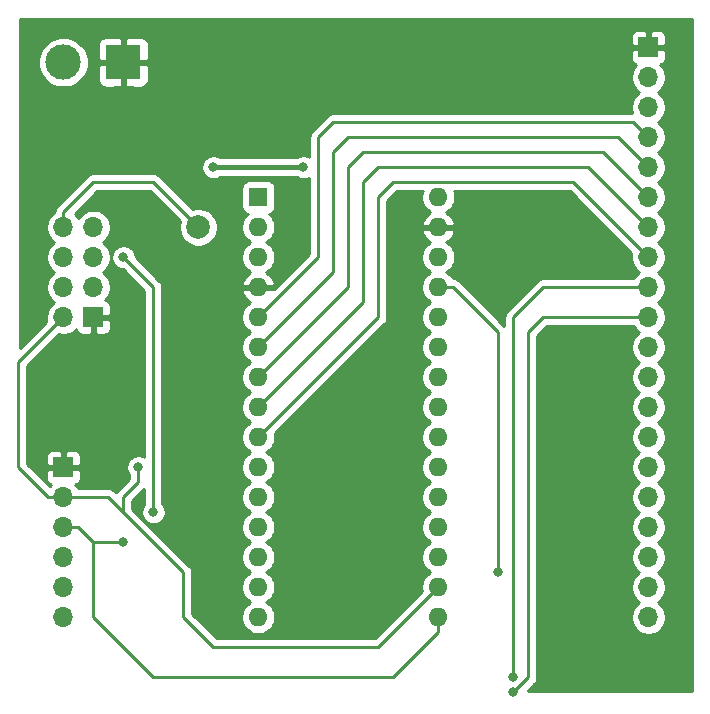
<source format=gbr>
%TF.GenerationSoftware,KiCad,Pcbnew,(5.1.10)-1*%
%TF.CreationDate,2021-07-29T09:59:01+03:00*%
%TF.ProjectId,YevgeniK,59657667-656e-4694-9b2e-6b696361645f,rev?*%
%TF.SameCoordinates,Original*%
%TF.FileFunction,Copper,L2,Bot*%
%TF.FilePolarity,Positive*%
%FSLAX46Y46*%
G04 Gerber Fmt 4.6, Leading zero omitted, Abs format (unit mm)*
G04 Created by KiCad (PCBNEW (5.1.10)-1) date 2021-07-29 09:59:01*
%MOMM*%
%LPD*%
G01*
G04 APERTURE LIST*
%TA.AperFunction,ComponentPad*%
%ADD10R,1.600000X1.600000*%
%TD*%
%TA.AperFunction,ComponentPad*%
%ADD11O,1.600000X1.600000*%
%TD*%
%TA.AperFunction,ComponentPad*%
%ADD12R,3.000000X3.000000*%
%TD*%
%TA.AperFunction,ComponentPad*%
%ADD13C,3.000000*%
%TD*%
%TA.AperFunction,ComponentPad*%
%ADD14R,1.700000X1.700000*%
%TD*%
%TA.AperFunction,ComponentPad*%
%ADD15O,1.700000X1.700000*%
%TD*%
%TA.AperFunction,SMDPad,CuDef*%
%ADD16C,2.000000*%
%TD*%
%TA.AperFunction,ViaPad*%
%ADD17C,0.800000*%
%TD*%
%TA.AperFunction,Conductor*%
%ADD18C,0.250000*%
%TD*%
%TA.AperFunction,Conductor*%
%ADD19C,0.450000*%
%TD*%
%TA.AperFunction,Conductor*%
%ADD20C,0.254000*%
%TD*%
%TA.AperFunction,Conductor*%
%ADD21C,0.100000*%
%TD*%
G04 APERTURE END LIST*
D10*
%TO.P,A1,1*%
%TO.N,/D1*%
X158750000Y-88900000D03*
D11*
%TO.P,A1,17*%
%TO.N,+3V3*%
X173990000Y-121920000D03*
%TO.P,A1,2*%
%TO.N,/DO*%
X158750000Y-91440000D03*
%TO.P,A1,18*%
%TO.N,Net-(A1-Pad18)*%
X173990000Y-119380000D03*
%TO.P,A1,3*%
%TO.N,Net-(A1-Pad3)*%
X158750000Y-93980000D03*
%TO.P,A1,19*%
%TO.N,/A0*%
X173990000Y-116840000D03*
%TO.P,A1,4*%
%TO.N,GND*%
X158750000Y-96520000D03*
%TO.P,A1,20*%
%TO.N,/A1*%
X173990000Y-114300000D03*
%TO.P,A1,5*%
%TO.N,/D2*%
X158750000Y-99060000D03*
%TO.P,A1,21*%
%TO.N,/A2*%
X173990000Y-111760000D03*
%TO.P,A1,6*%
%TO.N,/D3*%
X158750000Y-101600000D03*
%TO.P,A1,22*%
%TO.N,/A3*%
X173990000Y-109220000D03*
%TO.P,A1,7*%
%TO.N,/D4*%
X158750000Y-104140000D03*
%TO.P,A1,23*%
%TO.N,/A4*%
X173990000Y-106680000D03*
%TO.P,A1,8*%
%TO.N,/D5*%
X158750000Y-106680000D03*
%TO.P,A1,24*%
%TO.N,/A5*%
X173990000Y-104140000D03*
%TO.P,A1,9*%
%TO.N,/D6*%
X158750000Y-109220000D03*
%TO.P,A1,25*%
%TO.N,/A6*%
X173990000Y-101600000D03*
%TO.P,A1,10*%
%TO.N,/CE*%
X158750000Y-111760000D03*
%TO.P,A1,26*%
%TO.N,/A7*%
X173990000Y-99060000D03*
%TO.P,A1,11*%
%TO.N,/CSN*%
X158750000Y-114300000D03*
%TO.P,A1,27*%
%TO.N,+5V*%
X173990000Y-96520000D03*
%TO.P,A1,12*%
%TO.N,/D9*%
X158750000Y-116840000D03*
%TO.P,A1,28*%
%TO.N,Net-(A1-Pad28)*%
X173990000Y-93980000D03*
%TO.P,A1,13*%
%TO.N,/D10*%
X158750000Y-119380000D03*
%TO.P,A1,29*%
%TO.N,GND*%
X173990000Y-91440000D03*
%TO.P,A1,14*%
%TO.N,/MOSI*%
X158750000Y-121920000D03*
%TO.P,A1,30*%
%TO.N,VS*%
X173990000Y-88900000D03*
%TO.P,A1,15*%
%TO.N,/MISO*%
X158750000Y-124460000D03*
%TO.P,A1,16*%
%TO.N,/SCK*%
X173990000Y-124460000D03*
%TD*%
D12*
%TO.P,J1,1*%
%TO.N,GND*%
X147320000Y-77470000D03*
D13*
%TO.P,J1,2*%
%TO.N,VS*%
X142240000Y-77470000D03*
%TD*%
D14*
%TO.P,J2,1*%
%TO.N,GND*%
X191770000Y-76200000D03*
D15*
%TO.P,J2,2*%
%TO.N,/D1*%
X191770000Y-78740000D03*
%TO.P,J2,3*%
%TO.N,/DO*%
X191770000Y-81280000D03*
%TO.P,J2,4*%
%TO.N,/D2*%
X191770000Y-83820000D03*
%TO.P,J2,5*%
%TO.N,/D3*%
X191770000Y-86360000D03*
%TO.P,J2,6*%
%TO.N,/D4*%
X191770000Y-88900000D03*
%TO.P,J2,7*%
%TO.N,/D5*%
X191770000Y-91440000D03*
%TO.P,J2,8*%
%TO.N,/D6*%
X191770000Y-93980000D03*
%TO.P,J2,9*%
%TO.N,/D9*%
X191770000Y-96520000D03*
%TO.P,J2,10*%
%TO.N,/D10*%
X191770000Y-99060000D03*
%TO.P,J2,11*%
%TO.N,/A7*%
X191770000Y-101600000D03*
%TO.P,J2,12*%
%TO.N,/A6*%
X191770000Y-104140000D03*
%TO.P,J2,13*%
%TO.N,/A5*%
X191770000Y-106680000D03*
%TO.P,J2,14*%
%TO.N,/A4*%
X191770000Y-109220000D03*
%TO.P,J2,15*%
%TO.N,/A3*%
X191770000Y-111760000D03*
%TO.P,J2,16*%
%TO.N,/A2*%
X191770000Y-114300000D03*
%TO.P,J2,17*%
%TO.N,/A1*%
X191770000Y-116840000D03*
%TO.P,J2,18*%
%TO.N,/A0*%
X191770000Y-119380000D03*
%TO.P,J2,19*%
%TO.N,+5V*%
X191770000Y-121920000D03*
%TO.P,J2,20*%
%TO.N,+3V3*%
X191770000Y-124460000D03*
%TD*%
D14*
%TO.P,J3,1*%
%TO.N,GND*%
X144780000Y-99060000D03*
D15*
%TO.P,J3,2*%
%TO.N,+3V3*%
X142240000Y-99060000D03*
%TO.P,J3,3*%
%TO.N,/CE*%
X144780000Y-96520000D03*
%TO.P,J3,4*%
%TO.N,/CSN*%
X142240000Y-96520000D03*
%TO.P,J3,5*%
%TO.N,/SCK*%
X144780000Y-93980000D03*
%TO.P,J3,6*%
%TO.N,/MOSI*%
X142240000Y-93980000D03*
%TO.P,J3,7*%
%TO.N,/MISO*%
X144780000Y-91440000D03*
%TO.P,J3,8*%
%TO.N,/IRQ*%
X142240000Y-91440000D03*
%TD*%
D14*
%TO.P,J4,1*%
%TO.N,GND*%
X142240000Y-111760000D03*
D15*
%TO.P,J4,2*%
%TO.N,+3V3*%
X142240000Y-114300000D03*
%TO.P,J4,3*%
%TO.N,/SCK*%
X142240000Y-116840000D03*
%TO.P,J4,4*%
%TO.N,/MOSI*%
X142240000Y-119380000D03*
%TO.P,J4,5*%
%TO.N,/MISO*%
X142240000Y-121920000D03*
%TO.P,J4,6*%
%TO.N,Net-(J4-Pad6)*%
X142240000Y-124460000D03*
%TD*%
D16*
%TO.P,TP1,1*%
%TO.N,/IRQ*%
X153670000Y-91440000D03*
%TD*%
D17*
%TO.N,+3V3*%
X148590000Y-111760000D03*
%TO.N,+5V*%
X179070000Y-120650000D03*
%TO.N,/D9*%
X180340000Y-129540000D03*
%TO.N,/D10*%
X180340000Y-130810000D03*
%TO.N,VS*%
X154940000Y-86360000D03*
X162560000Y-86360000D03*
%TO.N,/SCK*%
X147320000Y-93980000D03*
X149860000Y-115570000D03*
X147320000Y-118110000D03*
%TD*%
D18*
%TO.N,+3V3*%
X146050000Y-114300000D02*
X142240000Y-114300000D01*
X152400000Y-124460000D02*
X152400000Y-120650000D01*
X154940000Y-127000000D02*
X152400000Y-124460000D01*
X168910000Y-127000000D02*
X154940000Y-127000000D01*
X173990000Y-121920000D02*
X168910000Y-127000000D01*
X142240000Y-114300000D02*
X140970000Y-114300000D01*
X140970000Y-114300000D02*
X138430000Y-111760000D01*
X138430000Y-102870000D02*
X142240000Y-99060000D01*
X138430000Y-111760000D02*
X138430000Y-102870000D01*
X147320000Y-115570000D02*
X147320000Y-114300000D01*
X152400000Y-120650000D02*
X147320000Y-115570000D01*
X147320000Y-115570000D02*
X146050000Y-114300000D01*
X147320000Y-114300000D02*
X148590000Y-113030000D01*
X148590000Y-113030000D02*
X148590000Y-111760000D01*
%TO.N,/D2*%
X158750000Y-99060000D02*
X163830000Y-93980000D01*
X163830000Y-93980000D02*
X163830000Y-83820000D01*
X163830000Y-83820000D02*
X165100000Y-82550000D01*
X190500000Y-82550000D02*
X191770000Y-83820000D01*
X165100000Y-82550000D02*
X190500000Y-82550000D01*
%TO.N,/D3*%
X158750000Y-101600000D02*
X165100000Y-95250000D01*
X165100000Y-95250000D02*
X165100000Y-85090000D01*
X165100000Y-85090000D02*
X166370000Y-83820000D01*
X189230000Y-83820000D02*
X191770000Y-86360000D01*
X166370000Y-83820000D02*
X189230000Y-83820000D01*
%TO.N,/D4*%
X158750000Y-104140000D02*
X166370000Y-96520000D01*
X166370000Y-96520000D02*
X166370000Y-86360000D01*
X166370000Y-86360000D02*
X167640000Y-85090000D01*
X167640000Y-85090000D02*
X187960000Y-85090000D01*
X187960000Y-85090000D02*
X191770000Y-88900000D01*
%TO.N,/D5*%
X158750000Y-106680000D02*
X167640000Y-97790000D01*
X167640000Y-97790000D02*
X167640000Y-87630000D01*
X167640000Y-87630000D02*
X168910000Y-86360000D01*
X168910000Y-86360000D02*
X186690000Y-86360000D01*
X186690000Y-86360000D02*
X191770000Y-91440000D01*
%TO.N,/D6*%
X158750000Y-109220000D02*
X168910000Y-99060000D01*
X168910000Y-99060000D02*
X168910000Y-88900000D01*
X168910000Y-88900000D02*
X170180000Y-87630000D01*
X170180000Y-87630000D02*
X185420000Y-87630000D01*
X185420000Y-87630000D02*
X191770000Y-93980000D01*
%TO.N,+5V*%
X173990000Y-96520000D02*
X175260000Y-96520000D01*
X175260000Y-96520000D02*
X179070000Y-100330000D01*
X179070000Y-100330000D02*
X179070000Y-120650000D01*
%TO.N,/D9*%
X182880000Y-96520000D02*
X191770000Y-96520000D01*
X180340000Y-99060000D02*
X182880000Y-96520000D01*
X180340000Y-129540000D02*
X180340000Y-99060000D01*
%TO.N,/D10*%
X180340000Y-130810000D02*
X181610000Y-129540000D01*
X181610000Y-129540000D02*
X181610000Y-100330000D01*
X182880000Y-99060000D02*
X191770000Y-99060000D01*
X181610000Y-100330000D02*
X182880000Y-99060000D01*
D19*
%TO.N,VS*%
X154940000Y-86360000D02*
X162560000Y-86360000D01*
D18*
%TO.N,/SCK*%
X144780000Y-118110000D02*
X143510000Y-116840000D01*
X144780000Y-124460000D02*
X144780000Y-118110000D01*
X149860000Y-129540000D02*
X144780000Y-124460000D01*
X170180000Y-129540000D02*
X149860000Y-129540000D01*
X173990000Y-125730000D02*
X170180000Y-129540000D01*
X143510000Y-116840000D02*
X142240000Y-116840000D01*
X173990000Y-124460000D02*
X173990000Y-125730000D01*
X147320000Y-93980000D02*
X149860000Y-96520000D01*
X149860000Y-96520000D02*
X149860000Y-115570000D01*
X147320000Y-118110000D02*
X144780000Y-118110000D01*
%TO.N,/IRQ*%
X142240000Y-91440000D02*
X142240000Y-90170000D01*
X142240000Y-90170000D02*
X144780000Y-87630000D01*
X149860000Y-87630000D02*
X153670000Y-91440000D01*
X144780000Y-87630000D02*
X149860000Y-87630000D01*
%TD*%
D20*
%TO.N,GND*%
X195453000Y-130683000D02*
X181541801Y-130683000D01*
X182121004Y-130103798D01*
X182150001Y-130080001D01*
X182244974Y-129964276D01*
X182315546Y-129832247D01*
X182359003Y-129688986D01*
X182370000Y-129577333D01*
X182370000Y-129577324D01*
X182373676Y-129540001D01*
X182370000Y-129502678D01*
X182370000Y-100644801D01*
X183194802Y-99820000D01*
X190491822Y-99820000D01*
X190616525Y-100006632D01*
X190823368Y-100213475D01*
X190997760Y-100330000D01*
X190823368Y-100446525D01*
X190616525Y-100653368D01*
X190454010Y-100896589D01*
X190342068Y-101166842D01*
X190285000Y-101453740D01*
X190285000Y-101746260D01*
X190342068Y-102033158D01*
X190454010Y-102303411D01*
X190616525Y-102546632D01*
X190823368Y-102753475D01*
X190997760Y-102870000D01*
X190823368Y-102986525D01*
X190616525Y-103193368D01*
X190454010Y-103436589D01*
X190342068Y-103706842D01*
X190285000Y-103993740D01*
X190285000Y-104286260D01*
X190342068Y-104573158D01*
X190454010Y-104843411D01*
X190616525Y-105086632D01*
X190823368Y-105293475D01*
X190997760Y-105410000D01*
X190823368Y-105526525D01*
X190616525Y-105733368D01*
X190454010Y-105976589D01*
X190342068Y-106246842D01*
X190285000Y-106533740D01*
X190285000Y-106826260D01*
X190342068Y-107113158D01*
X190454010Y-107383411D01*
X190616525Y-107626632D01*
X190823368Y-107833475D01*
X190997760Y-107950000D01*
X190823368Y-108066525D01*
X190616525Y-108273368D01*
X190454010Y-108516589D01*
X190342068Y-108786842D01*
X190285000Y-109073740D01*
X190285000Y-109366260D01*
X190342068Y-109653158D01*
X190454010Y-109923411D01*
X190616525Y-110166632D01*
X190823368Y-110373475D01*
X190997760Y-110490000D01*
X190823368Y-110606525D01*
X190616525Y-110813368D01*
X190454010Y-111056589D01*
X190342068Y-111326842D01*
X190285000Y-111613740D01*
X190285000Y-111906260D01*
X190342068Y-112193158D01*
X190454010Y-112463411D01*
X190616525Y-112706632D01*
X190823368Y-112913475D01*
X190997760Y-113030000D01*
X190823368Y-113146525D01*
X190616525Y-113353368D01*
X190454010Y-113596589D01*
X190342068Y-113866842D01*
X190285000Y-114153740D01*
X190285000Y-114446260D01*
X190342068Y-114733158D01*
X190454010Y-115003411D01*
X190616525Y-115246632D01*
X190823368Y-115453475D01*
X190997760Y-115570000D01*
X190823368Y-115686525D01*
X190616525Y-115893368D01*
X190454010Y-116136589D01*
X190342068Y-116406842D01*
X190285000Y-116693740D01*
X190285000Y-116986260D01*
X190342068Y-117273158D01*
X190454010Y-117543411D01*
X190616525Y-117786632D01*
X190823368Y-117993475D01*
X190997760Y-118110000D01*
X190823368Y-118226525D01*
X190616525Y-118433368D01*
X190454010Y-118676589D01*
X190342068Y-118946842D01*
X190285000Y-119233740D01*
X190285000Y-119526260D01*
X190342068Y-119813158D01*
X190454010Y-120083411D01*
X190616525Y-120326632D01*
X190823368Y-120533475D01*
X190997760Y-120650000D01*
X190823368Y-120766525D01*
X190616525Y-120973368D01*
X190454010Y-121216589D01*
X190342068Y-121486842D01*
X190285000Y-121773740D01*
X190285000Y-122066260D01*
X190342068Y-122353158D01*
X190454010Y-122623411D01*
X190616525Y-122866632D01*
X190823368Y-123073475D01*
X190997760Y-123190000D01*
X190823368Y-123306525D01*
X190616525Y-123513368D01*
X190454010Y-123756589D01*
X190342068Y-124026842D01*
X190285000Y-124313740D01*
X190285000Y-124606260D01*
X190342068Y-124893158D01*
X190454010Y-125163411D01*
X190616525Y-125406632D01*
X190823368Y-125613475D01*
X191066589Y-125775990D01*
X191336842Y-125887932D01*
X191623740Y-125945000D01*
X191916260Y-125945000D01*
X192203158Y-125887932D01*
X192473411Y-125775990D01*
X192716632Y-125613475D01*
X192923475Y-125406632D01*
X193085990Y-125163411D01*
X193197932Y-124893158D01*
X193255000Y-124606260D01*
X193255000Y-124313740D01*
X193197932Y-124026842D01*
X193085990Y-123756589D01*
X192923475Y-123513368D01*
X192716632Y-123306525D01*
X192542240Y-123190000D01*
X192716632Y-123073475D01*
X192923475Y-122866632D01*
X193085990Y-122623411D01*
X193197932Y-122353158D01*
X193255000Y-122066260D01*
X193255000Y-121773740D01*
X193197932Y-121486842D01*
X193085990Y-121216589D01*
X192923475Y-120973368D01*
X192716632Y-120766525D01*
X192542240Y-120650000D01*
X192716632Y-120533475D01*
X192923475Y-120326632D01*
X193085990Y-120083411D01*
X193197932Y-119813158D01*
X193255000Y-119526260D01*
X193255000Y-119233740D01*
X193197932Y-118946842D01*
X193085990Y-118676589D01*
X192923475Y-118433368D01*
X192716632Y-118226525D01*
X192542240Y-118110000D01*
X192716632Y-117993475D01*
X192923475Y-117786632D01*
X193085990Y-117543411D01*
X193197932Y-117273158D01*
X193255000Y-116986260D01*
X193255000Y-116693740D01*
X193197932Y-116406842D01*
X193085990Y-116136589D01*
X192923475Y-115893368D01*
X192716632Y-115686525D01*
X192542240Y-115570000D01*
X192716632Y-115453475D01*
X192923475Y-115246632D01*
X193085990Y-115003411D01*
X193197932Y-114733158D01*
X193255000Y-114446260D01*
X193255000Y-114153740D01*
X193197932Y-113866842D01*
X193085990Y-113596589D01*
X192923475Y-113353368D01*
X192716632Y-113146525D01*
X192542240Y-113030000D01*
X192716632Y-112913475D01*
X192923475Y-112706632D01*
X193085990Y-112463411D01*
X193197932Y-112193158D01*
X193255000Y-111906260D01*
X193255000Y-111613740D01*
X193197932Y-111326842D01*
X193085990Y-111056589D01*
X192923475Y-110813368D01*
X192716632Y-110606525D01*
X192542240Y-110490000D01*
X192716632Y-110373475D01*
X192923475Y-110166632D01*
X193085990Y-109923411D01*
X193197932Y-109653158D01*
X193255000Y-109366260D01*
X193255000Y-109073740D01*
X193197932Y-108786842D01*
X193085990Y-108516589D01*
X192923475Y-108273368D01*
X192716632Y-108066525D01*
X192542240Y-107950000D01*
X192716632Y-107833475D01*
X192923475Y-107626632D01*
X193085990Y-107383411D01*
X193197932Y-107113158D01*
X193255000Y-106826260D01*
X193255000Y-106533740D01*
X193197932Y-106246842D01*
X193085990Y-105976589D01*
X192923475Y-105733368D01*
X192716632Y-105526525D01*
X192542240Y-105410000D01*
X192716632Y-105293475D01*
X192923475Y-105086632D01*
X193085990Y-104843411D01*
X193197932Y-104573158D01*
X193255000Y-104286260D01*
X193255000Y-103993740D01*
X193197932Y-103706842D01*
X193085990Y-103436589D01*
X192923475Y-103193368D01*
X192716632Y-102986525D01*
X192542240Y-102870000D01*
X192716632Y-102753475D01*
X192923475Y-102546632D01*
X193085990Y-102303411D01*
X193197932Y-102033158D01*
X193255000Y-101746260D01*
X193255000Y-101453740D01*
X193197932Y-101166842D01*
X193085990Y-100896589D01*
X192923475Y-100653368D01*
X192716632Y-100446525D01*
X192542240Y-100330000D01*
X192716632Y-100213475D01*
X192923475Y-100006632D01*
X193085990Y-99763411D01*
X193197932Y-99493158D01*
X193255000Y-99206260D01*
X193255000Y-98913740D01*
X193197932Y-98626842D01*
X193085990Y-98356589D01*
X192923475Y-98113368D01*
X192716632Y-97906525D01*
X192542240Y-97790000D01*
X192716632Y-97673475D01*
X192923475Y-97466632D01*
X193085990Y-97223411D01*
X193197932Y-96953158D01*
X193255000Y-96666260D01*
X193255000Y-96373740D01*
X193197932Y-96086842D01*
X193085990Y-95816589D01*
X192923475Y-95573368D01*
X192716632Y-95366525D01*
X192542240Y-95250000D01*
X192716632Y-95133475D01*
X192923475Y-94926632D01*
X193085990Y-94683411D01*
X193197932Y-94413158D01*
X193255000Y-94126260D01*
X193255000Y-93833740D01*
X193197932Y-93546842D01*
X193085990Y-93276589D01*
X192923475Y-93033368D01*
X192716632Y-92826525D01*
X192542240Y-92710000D01*
X192716632Y-92593475D01*
X192923475Y-92386632D01*
X193085990Y-92143411D01*
X193197932Y-91873158D01*
X193255000Y-91586260D01*
X193255000Y-91293740D01*
X193197932Y-91006842D01*
X193085990Y-90736589D01*
X192923475Y-90493368D01*
X192716632Y-90286525D01*
X192542240Y-90170000D01*
X192716632Y-90053475D01*
X192923475Y-89846632D01*
X193085990Y-89603411D01*
X193197932Y-89333158D01*
X193255000Y-89046260D01*
X193255000Y-88753740D01*
X193197932Y-88466842D01*
X193085990Y-88196589D01*
X192923475Y-87953368D01*
X192716632Y-87746525D01*
X192542240Y-87630000D01*
X192716632Y-87513475D01*
X192923475Y-87306632D01*
X193085990Y-87063411D01*
X193197932Y-86793158D01*
X193255000Y-86506260D01*
X193255000Y-86213740D01*
X193197932Y-85926842D01*
X193085990Y-85656589D01*
X192923475Y-85413368D01*
X192716632Y-85206525D01*
X192542240Y-85090000D01*
X192716632Y-84973475D01*
X192923475Y-84766632D01*
X193085990Y-84523411D01*
X193197932Y-84253158D01*
X193255000Y-83966260D01*
X193255000Y-83673740D01*
X193197932Y-83386842D01*
X193085990Y-83116589D01*
X192923475Y-82873368D01*
X192716632Y-82666525D01*
X192542240Y-82550000D01*
X192716632Y-82433475D01*
X192923475Y-82226632D01*
X193085990Y-81983411D01*
X193197932Y-81713158D01*
X193255000Y-81426260D01*
X193255000Y-81133740D01*
X193197932Y-80846842D01*
X193085990Y-80576589D01*
X192923475Y-80333368D01*
X192716632Y-80126525D01*
X192542240Y-80010000D01*
X192716632Y-79893475D01*
X192923475Y-79686632D01*
X193085990Y-79443411D01*
X193197932Y-79173158D01*
X193255000Y-78886260D01*
X193255000Y-78593740D01*
X193197932Y-78306842D01*
X193085990Y-78036589D01*
X192923475Y-77793368D01*
X192791620Y-77661513D01*
X192864180Y-77639502D01*
X192974494Y-77580537D01*
X193071185Y-77501185D01*
X193150537Y-77404494D01*
X193209502Y-77294180D01*
X193245812Y-77174482D01*
X193258072Y-77050000D01*
X193255000Y-76485750D01*
X193096250Y-76327000D01*
X191897000Y-76327000D01*
X191897000Y-76347000D01*
X191643000Y-76347000D01*
X191643000Y-76327000D01*
X190443750Y-76327000D01*
X190285000Y-76485750D01*
X190281928Y-77050000D01*
X190294188Y-77174482D01*
X190330498Y-77294180D01*
X190389463Y-77404494D01*
X190468815Y-77501185D01*
X190565506Y-77580537D01*
X190675820Y-77639502D01*
X190748380Y-77661513D01*
X190616525Y-77793368D01*
X190454010Y-78036589D01*
X190342068Y-78306842D01*
X190285000Y-78593740D01*
X190285000Y-78886260D01*
X190342068Y-79173158D01*
X190454010Y-79443411D01*
X190616525Y-79686632D01*
X190823368Y-79893475D01*
X190997760Y-80010000D01*
X190823368Y-80126525D01*
X190616525Y-80333368D01*
X190454010Y-80576589D01*
X190342068Y-80846842D01*
X190285000Y-81133740D01*
X190285000Y-81426260D01*
X190342068Y-81713158D01*
X190373897Y-81790000D01*
X165137322Y-81790000D01*
X165099999Y-81786324D01*
X165062676Y-81790000D01*
X165062667Y-81790000D01*
X164951014Y-81800997D01*
X164807753Y-81844454D01*
X164675724Y-81915026D01*
X164559999Y-82009999D01*
X164536201Y-82038997D01*
X163318998Y-83256201D01*
X163290000Y-83279999D01*
X163266202Y-83308997D01*
X163266201Y-83308998D01*
X163195026Y-83395724D01*
X163124454Y-83527754D01*
X163094180Y-83627558D01*
X163080999Y-83671013D01*
X163080998Y-83671015D01*
X163066324Y-83820000D01*
X163070001Y-83857332D01*
X163070001Y-85455988D01*
X163050256Y-85442795D01*
X162861898Y-85364774D01*
X162661939Y-85325000D01*
X162458061Y-85325000D01*
X162258102Y-85364774D01*
X162069744Y-85442795D01*
X161984130Y-85500000D01*
X155515870Y-85500000D01*
X155430256Y-85442795D01*
X155241898Y-85364774D01*
X155041939Y-85325000D01*
X154838061Y-85325000D01*
X154638102Y-85364774D01*
X154449744Y-85442795D01*
X154280226Y-85556063D01*
X154136063Y-85700226D01*
X154022795Y-85869744D01*
X153944774Y-86058102D01*
X153905000Y-86258061D01*
X153905000Y-86461939D01*
X153944774Y-86661898D01*
X154022795Y-86850256D01*
X154136063Y-87019774D01*
X154280226Y-87163937D01*
X154449744Y-87277205D01*
X154638102Y-87355226D01*
X154838061Y-87395000D01*
X155041939Y-87395000D01*
X155241898Y-87355226D01*
X155430256Y-87277205D01*
X155515870Y-87220000D01*
X161984130Y-87220000D01*
X162069744Y-87277205D01*
X162258102Y-87355226D01*
X162458061Y-87395000D01*
X162661939Y-87395000D01*
X162861898Y-87355226D01*
X163050256Y-87277205D01*
X163070001Y-87264012D01*
X163070000Y-93665198D01*
X160044128Y-96691071D01*
X160019915Y-96647000D01*
X158877000Y-96647000D01*
X158877000Y-96667000D01*
X158623000Y-96667000D01*
X158623000Y-96647000D01*
X157480085Y-96647000D01*
X157358096Y-96869039D01*
X157398754Y-97003087D01*
X157518963Y-97257420D01*
X157686481Y-97483414D01*
X157894869Y-97672385D01*
X158080865Y-97783933D01*
X158070273Y-97788320D01*
X157835241Y-97945363D01*
X157635363Y-98145241D01*
X157478320Y-98380273D01*
X157370147Y-98641426D01*
X157315000Y-98918665D01*
X157315000Y-99201335D01*
X157370147Y-99478574D01*
X157478320Y-99739727D01*
X157635363Y-99974759D01*
X157835241Y-100174637D01*
X158067759Y-100330000D01*
X157835241Y-100485363D01*
X157635363Y-100685241D01*
X157478320Y-100920273D01*
X157370147Y-101181426D01*
X157315000Y-101458665D01*
X157315000Y-101741335D01*
X157370147Y-102018574D01*
X157478320Y-102279727D01*
X157635363Y-102514759D01*
X157835241Y-102714637D01*
X158067759Y-102870000D01*
X157835241Y-103025363D01*
X157635363Y-103225241D01*
X157478320Y-103460273D01*
X157370147Y-103721426D01*
X157315000Y-103998665D01*
X157315000Y-104281335D01*
X157370147Y-104558574D01*
X157478320Y-104819727D01*
X157635363Y-105054759D01*
X157835241Y-105254637D01*
X158067759Y-105410000D01*
X157835241Y-105565363D01*
X157635363Y-105765241D01*
X157478320Y-106000273D01*
X157370147Y-106261426D01*
X157315000Y-106538665D01*
X157315000Y-106821335D01*
X157370147Y-107098574D01*
X157478320Y-107359727D01*
X157635363Y-107594759D01*
X157835241Y-107794637D01*
X158067759Y-107950000D01*
X157835241Y-108105363D01*
X157635363Y-108305241D01*
X157478320Y-108540273D01*
X157370147Y-108801426D01*
X157315000Y-109078665D01*
X157315000Y-109361335D01*
X157370147Y-109638574D01*
X157478320Y-109899727D01*
X157635363Y-110134759D01*
X157835241Y-110334637D01*
X158067759Y-110490000D01*
X157835241Y-110645363D01*
X157635363Y-110845241D01*
X157478320Y-111080273D01*
X157370147Y-111341426D01*
X157315000Y-111618665D01*
X157315000Y-111901335D01*
X157370147Y-112178574D01*
X157478320Y-112439727D01*
X157635363Y-112674759D01*
X157835241Y-112874637D01*
X158067759Y-113030000D01*
X157835241Y-113185363D01*
X157635363Y-113385241D01*
X157478320Y-113620273D01*
X157370147Y-113881426D01*
X157315000Y-114158665D01*
X157315000Y-114441335D01*
X157370147Y-114718574D01*
X157478320Y-114979727D01*
X157635363Y-115214759D01*
X157835241Y-115414637D01*
X158067759Y-115570000D01*
X157835241Y-115725363D01*
X157635363Y-115925241D01*
X157478320Y-116160273D01*
X157370147Y-116421426D01*
X157315000Y-116698665D01*
X157315000Y-116981335D01*
X157370147Y-117258574D01*
X157478320Y-117519727D01*
X157635363Y-117754759D01*
X157835241Y-117954637D01*
X158067759Y-118110000D01*
X157835241Y-118265363D01*
X157635363Y-118465241D01*
X157478320Y-118700273D01*
X157370147Y-118961426D01*
X157315000Y-119238665D01*
X157315000Y-119521335D01*
X157370147Y-119798574D01*
X157478320Y-120059727D01*
X157635363Y-120294759D01*
X157835241Y-120494637D01*
X158067759Y-120650000D01*
X157835241Y-120805363D01*
X157635363Y-121005241D01*
X157478320Y-121240273D01*
X157370147Y-121501426D01*
X157315000Y-121778665D01*
X157315000Y-122061335D01*
X157370147Y-122338574D01*
X157478320Y-122599727D01*
X157635363Y-122834759D01*
X157835241Y-123034637D01*
X158067759Y-123190000D01*
X157835241Y-123345363D01*
X157635363Y-123545241D01*
X157478320Y-123780273D01*
X157370147Y-124041426D01*
X157315000Y-124318665D01*
X157315000Y-124601335D01*
X157370147Y-124878574D01*
X157478320Y-125139727D01*
X157635363Y-125374759D01*
X157835241Y-125574637D01*
X158070273Y-125731680D01*
X158331426Y-125839853D01*
X158608665Y-125895000D01*
X158891335Y-125895000D01*
X159168574Y-125839853D01*
X159429727Y-125731680D01*
X159664759Y-125574637D01*
X159864637Y-125374759D01*
X160021680Y-125139727D01*
X160129853Y-124878574D01*
X160185000Y-124601335D01*
X160185000Y-124318665D01*
X160129853Y-124041426D01*
X160021680Y-123780273D01*
X159864637Y-123545241D01*
X159664759Y-123345363D01*
X159432241Y-123190000D01*
X159664759Y-123034637D01*
X159864637Y-122834759D01*
X160021680Y-122599727D01*
X160129853Y-122338574D01*
X160185000Y-122061335D01*
X160185000Y-121778665D01*
X160129853Y-121501426D01*
X160021680Y-121240273D01*
X159864637Y-121005241D01*
X159664759Y-120805363D01*
X159432241Y-120650000D01*
X159664759Y-120494637D01*
X159864637Y-120294759D01*
X160021680Y-120059727D01*
X160129853Y-119798574D01*
X160185000Y-119521335D01*
X160185000Y-119238665D01*
X160129853Y-118961426D01*
X160021680Y-118700273D01*
X159864637Y-118465241D01*
X159664759Y-118265363D01*
X159432241Y-118110000D01*
X159664759Y-117954637D01*
X159864637Y-117754759D01*
X160021680Y-117519727D01*
X160129853Y-117258574D01*
X160185000Y-116981335D01*
X160185000Y-116698665D01*
X160129853Y-116421426D01*
X160021680Y-116160273D01*
X159864637Y-115925241D01*
X159664759Y-115725363D01*
X159432241Y-115570000D01*
X159664759Y-115414637D01*
X159864637Y-115214759D01*
X160021680Y-114979727D01*
X160129853Y-114718574D01*
X160185000Y-114441335D01*
X160185000Y-114158665D01*
X160129853Y-113881426D01*
X160021680Y-113620273D01*
X159864637Y-113385241D01*
X159664759Y-113185363D01*
X159432241Y-113030000D01*
X159664759Y-112874637D01*
X159864637Y-112674759D01*
X160021680Y-112439727D01*
X160129853Y-112178574D01*
X160185000Y-111901335D01*
X160185000Y-111618665D01*
X160129853Y-111341426D01*
X160021680Y-111080273D01*
X159864637Y-110845241D01*
X159664759Y-110645363D01*
X159432241Y-110490000D01*
X159664759Y-110334637D01*
X159864637Y-110134759D01*
X160021680Y-109899727D01*
X160129853Y-109638574D01*
X160185000Y-109361335D01*
X160185000Y-109078665D01*
X160148688Y-108896113D01*
X169421004Y-99623798D01*
X169450001Y-99600001D01*
X169544974Y-99484276D01*
X169615546Y-99352247D01*
X169659003Y-99208986D01*
X169670000Y-99097333D01*
X169670000Y-99097325D01*
X169673676Y-99060000D01*
X169670000Y-99022675D01*
X169670000Y-89214801D01*
X170494802Y-88390000D01*
X172648017Y-88390000D01*
X172610147Y-88481426D01*
X172555000Y-88758665D01*
X172555000Y-89041335D01*
X172610147Y-89318574D01*
X172718320Y-89579727D01*
X172875363Y-89814759D01*
X173075241Y-90014637D01*
X173310273Y-90171680D01*
X173320865Y-90176067D01*
X173134869Y-90287615D01*
X172926481Y-90476586D01*
X172758963Y-90702580D01*
X172638754Y-90956913D01*
X172598096Y-91090961D01*
X172720085Y-91313000D01*
X173863000Y-91313000D01*
X173863000Y-91293000D01*
X174117000Y-91293000D01*
X174117000Y-91313000D01*
X175259915Y-91313000D01*
X175381904Y-91090961D01*
X175341246Y-90956913D01*
X175221037Y-90702580D01*
X175053519Y-90476586D01*
X174845131Y-90287615D01*
X174659135Y-90176067D01*
X174669727Y-90171680D01*
X174904759Y-90014637D01*
X175104637Y-89814759D01*
X175261680Y-89579727D01*
X175369853Y-89318574D01*
X175425000Y-89041335D01*
X175425000Y-88758665D01*
X175369853Y-88481426D01*
X175331983Y-88390000D01*
X185105199Y-88390000D01*
X190328790Y-93613592D01*
X190285000Y-93833740D01*
X190285000Y-94126260D01*
X190342068Y-94413158D01*
X190454010Y-94683411D01*
X190616525Y-94926632D01*
X190823368Y-95133475D01*
X190997760Y-95250000D01*
X190823368Y-95366525D01*
X190616525Y-95573368D01*
X190491822Y-95760000D01*
X182917322Y-95760000D01*
X182879999Y-95756324D01*
X182842676Y-95760000D01*
X182842667Y-95760000D01*
X182731014Y-95770997D01*
X182587753Y-95814454D01*
X182455724Y-95885026D01*
X182455722Y-95885027D01*
X182455723Y-95885027D01*
X182368996Y-95956201D01*
X182368992Y-95956205D01*
X182339999Y-95979999D01*
X182316205Y-96008992D01*
X179828998Y-98496201D01*
X179800000Y-98519999D01*
X179776202Y-98548997D01*
X179776201Y-98548998D01*
X179705026Y-98635724D01*
X179634454Y-98767754D01*
X179632484Y-98774250D01*
X179590998Y-98911014D01*
X179588833Y-98933000D01*
X179576324Y-99060000D01*
X179580001Y-99097332D01*
X179580001Y-99765199D01*
X175823804Y-96009003D01*
X175800001Y-95979999D01*
X175684276Y-95885026D01*
X175552247Y-95814454D01*
X175408986Y-95770997D01*
X175297333Y-95760000D01*
X175297322Y-95760000D01*
X175260000Y-95756324D01*
X175222678Y-95760000D01*
X175208043Y-95760000D01*
X175104637Y-95605241D01*
X174904759Y-95405363D01*
X174672241Y-95250000D01*
X174904759Y-95094637D01*
X175104637Y-94894759D01*
X175261680Y-94659727D01*
X175369853Y-94398574D01*
X175425000Y-94121335D01*
X175425000Y-93838665D01*
X175369853Y-93561426D01*
X175261680Y-93300273D01*
X175104637Y-93065241D01*
X174904759Y-92865363D01*
X174669727Y-92708320D01*
X174659135Y-92703933D01*
X174845131Y-92592385D01*
X175053519Y-92403414D01*
X175221037Y-92177420D01*
X175341246Y-91923087D01*
X175381904Y-91789039D01*
X175259915Y-91567000D01*
X174117000Y-91567000D01*
X174117000Y-91587000D01*
X173863000Y-91587000D01*
X173863000Y-91567000D01*
X172720085Y-91567000D01*
X172598096Y-91789039D01*
X172638754Y-91923087D01*
X172758963Y-92177420D01*
X172926481Y-92403414D01*
X173134869Y-92592385D01*
X173320865Y-92703933D01*
X173310273Y-92708320D01*
X173075241Y-92865363D01*
X172875363Y-93065241D01*
X172718320Y-93300273D01*
X172610147Y-93561426D01*
X172555000Y-93838665D01*
X172555000Y-94121335D01*
X172610147Y-94398574D01*
X172718320Y-94659727D01*
X172875363Y-94894759D01*
X173075241Y-95094637D01*
X173307759Y-95250000D01*
X173075241Y-95405363D01*
X172875363Y-95605241D01*
X172718320Y-95840273D01*
X172610147Y-96101426D01*
X172555000Y-96378665D01*
X172555000Y-96661335D01*
X172610147Y-96938574D01*
X172718320Y-97199727D01*
X172875363Y-97434759D01*
X173075241Y-97634637D01*
X173307759Y-97790000D01*
X173075241Y-97945363D01*
X172875363Y-98145241D01*
X172718320Y-98380273D01*
X172610147Y-98641426D01*
X172555000Y-98918665D01*
X172555000Y-99201335D01*
X172610147Y-99478574D01*
X172718320Y-99739727D01*
X172875363Y-99974759D01*
X173075241Y-100174637D01*
X173307759Y-100330000D01*
X173075241Y-100485363D01*
X172875363Y-100685241D01*
X172718320Y-100920273D01*
X172610147Y-101181426D01*
X172555000Y-101458665D01*
X172555000Y-101741335D01*
X172610147Y-102018574D01*
X172718320Y-102279727D01*
X172875363Y-102514759D01*
X173075241Y-102714637D01*
X173307759Y-102870000D01*
X173075241Y-103025363D01*
X172875363Y-103225241D01*
X172718320Y-103460273D01*
X172610147Y-103721426D01*
X172555000Y-103998665D01*
X172555000Y-104281335D01*
X172610147Y-104558574D01*
X172718320Y-104819727D01*
X172875363Y-105054759D01*
X173075241Y-105254637D01*
X173307759Y-105410000D01*
X173075241Y-105565363D01*
X172875363Y-105765241D01*
X172718320Y-106000273D01*
X172610147Y-106261426D01*
X172555000Y-106538665D01*
X172555000Y-106821335D01*
X172610147Y-107098574D01*
X172718320Y-107359727D01*
X172875363Y-107594759D01*
X173075241Y-107794637D01*
X173307759Y-107950000D01*
X173075241Y-108105363D01*
X172875363Y-108305241D01*
X172718320Y-108540273D01*
X172610147Y-108801426D01*
X172555000Y-109078665D01*
X172555000Y-109361335D01*
X172610147Y-109638574D01*
X172718320Y-109899727D01*
X172875363Y-110134759D01*
X173075241Y-110334637D01*
X173307759Y-110490000D01*
X173075241Y-110645363D01*
X172875363Y-110845241D01*
X172718320Y-111080273D01*
X172610147Y-111341426D01*
X172555000Y-111618665D01*
X172555000Y-111901335D01*
X172610147Y-112178574D01*
X172718320Y-112439727D01*
X172875363Y-112674759D01*
X173075241Y-112874637D01*
X173307759Y-113030000D01*
X173075241Y-113185363D01*
X172875363Y-113385241D01*
X172718320Y-113620273D01*
X172610147Y-113881426D01*
X172555000Y-114158665D01*
X172555000Y-114441335D01*
X172610147Y-114718574D01*
X172718320Y-114979727D01*
X172875363Y-115214759D01*
X173075241Y-115414637D01*
X173307759Y-115570000D01*
X173075241Y-115725363D01*
X172875363Y-115925241D01*
X172718320Y-116160273D01*
X172610147Y-116421426D01*
X172555000Y-116698665D01*
X172555000Y-116981335D01*
X172610147Y-117258574D01*
X172718320Y-117519727D01*
X172875363Y-117754759D01*
X173075241Y-117954637D01*
X173307759Y-118110000D01*
X173075241Y-118265363D01*
X172875363Y-118465241D01*
X172718320Y-118700273D01*
X172610147Y-118961426D01*
X172555000Y-119238665D01*
X172555000Y-119521335D01*
X172610147Y-119798574D01*
X172718320Y-120059727D01*
X172875363Y-120294759D01*
X173075241Y-120494637D01*
X173307759Y-120650000D01*
X173075241Y-120805363D01*
X172875363Y-121005241D01*
X172718320Y-121240273D01*
X172610147Y-121501426D01*
X172555000Y-121778665D01*
X172555000Y-122061335D01*
X172591312Y-122243886D01*
X168595199Y-126240000D01*
X155254803Y-126240000D01*
X153160000Y-124145199D01*
X153160000Y-120687323D01*
X153163676Y-120650000D01*
X153160000Y-120612677D01*
X153160000Y-120612667D01*
X153149003Y-120501014D01*
X153105546Y-120357753D01*
X153071875Y-120294759D01*
X153034974Y-120225723D01*
X152963799Y-120138997D01*
X152940001Y-120109999D01*
X152911003Y-120086201D01*
X148080000Y-115255199D01*
X148080000Y-114614801D01*
X149100001Y-113594801D01*
X149100001Y-114866288D01*
X149056063Y-114910226D01*
X148942795Y-115079744D01*
X148864774Y-115268102D01*
X148825000Y-115468061D01*
X148825000Y-115671939D01*
X148864774Y-115871898D01*
X148942795Y-116060256D01*
X149056063Y-116229774D01*
X149200226Y-116373937D01*
X149369744Y-116487205D01*
X149558102Y-116565226D01*
X149758061Y-116605000D01*
X149961939Y-116605000D01*
X150161898Y-116565226D01*
X150350256Y-116487205D01*
X150519774Y-116373937D01*
X150663937Y-116229774D01*
X150777205Y-116060256D01*
X150855226Y-115871898D01*
X150895000Y-115671939D01*
X150895000Y-115468061D01*
X150855226Y-115268102D01*
X150777205Y-115079744D01*
X150663937Y-114910226D01*
X150620000Y-114866289D01*
X150620000Y-96557322D01*
X150623676Y-96519999D01*
X150620000Y-96482676D01*
X150620000Y-96482667D01*
X150609003Y-96371014D01*
X150565546Y-96227753D01*
X150494974Y-96095724D01*
X150481811Y-96079685D01*
X150423799Y-96008996D01*
X150423795Y-96008992D01*
X150400001Y-95979999D01*
X150371009Y-95956206D01*
X148355000Y-93940199D01*
X148355000Y-93878061D01*
X148315226Y-93678102D01*
X148237205Y-93489744D01*
X148123937Y-93320226D01*
X147979774Y-93176063D01*
X147810256Y-93062795D01*
X147621898Y-92984774D01*
X147421939Y-92945000D01*
X147218061Y-92945000D01*
X147018102Y-92984774D01*
X146829744Y-93062795D01*
X146660226Y-93176063D01*
X146516063Y-93320226D01*
X146402795Y-93489744D01*
X146324774Y-93678102D01*
X146285000Y-93878061D01*
X146285000Y-94081939D01*
X146324774Y-94281898D01*
X146402795Y-94470256D01*
X146516063Y-94639774D01*
X146660226Y-94783937D01*
X146829744Y-94897205D01*
X147018102Y-94975226D01*
X147218061Y-95015000D01*
X147280199Y-95015000D01*
X149100000Y-96834803D01*
X149100001Y-110855988D01*
X149080256Y-110842795D01*
X148891898Y-110764774D01*
X148691939Y-110725000D01*
X148488061Y-110725000D01*
X148288102Y-110764774D01*
X148099744Y-110842795D01*
X147930226Y-110956063D01*
X147786063Y-111100226D01*
X147672795Y-111269744D01*
X147594774Y-111458102D01*
X147555000Y-111658061D01*
X147555000Y-111861939D01*
X147594774Y-112061898D01*
X147672795Y-112250256D01*
X147786063Y-112419774D01*
X147830000Y-112463711D01*
X147830000Y-112715198D01*
X146808998Y-113736201D01*
X146780000Y-113759999D01*
X146756203Y-113788996D01*
X146756201Y-113788998D01*
X146692012Y-113867211D01*
X146613804Y-113789003D01*
X146590001Y-113759999D01*
X146474276Y-113665026D01*
X146342247Y-113594454D01*
X146198986Y-113550997D01*
X146087333Y-113540000D01*
X146087322Y-113540000D01*
X146050000Y-113536324D01*
X146012678Y-113540000D01*
X143518178Y-113540000D01*
X143393475Y-113353368D01*
X143261620Y-113221513D01*
X143334180Y-113199502D01*
X143444494Y-113140537D01*
X143541185Y-113061185D01*
X143620537Y-112964494D01*
X143679502Y-112854180D01*
X143715812Y-112734482D01*
X143728072Y-112610000D01*
X143725000Y-112045750D01*
X143566250Y-111887000D01*
X142367000Y-111887000D01*
X142367000Y-111907000D01*
X142113000Y-111907000D01*
X142113000Y-111887000D01*
X140913750Y-111887000D01*
X140755000Y-112045750D01*
X140751928Y-112610000D01*
X140764188Y-112734482D01*
X140800498Y-112854180D01*
X140859463Y-112964494D01*
X140938815Y-113061185D01*
X141035506Y-113140537D01*
X141145820Y-113199502D01*
X141218380Y-113221513D01*
X141092348Y-113347545D01*
X139190000Y-111445199D01*
X139190000Y-110910000D01*
X140751928Y-110910000D01*
X140755000Y-111474250D01*
X140913750Y-111633000D01*
X142113000Y-111633000D01*
X142113000Y-110433750D01*
X142367000Y-110433750D01*
X142367000Y-111633000D01*
X143566250Y-111633000D01*
X143725000Y-111474250D01*
X143728072Y-110910000D01*
X143715812Y-110785518D01*
X143679502Y-110665820D01*
X143620537Y-110555506D01*
X143541185Y-110458815D01*
X143444494Y-110379463D01*
X143334180Y-110320498D01*
X143214482Y-110284188D01*
X143090000Y-110271928D01*
X142525750Y-110275000D01*
X142367000Y-110433750D01*
X142113000Y-110433750D01*
X141954250Y-110275000D01*
X141390000Y-110271928D01*
X141265518Y-110284188D01*
X141145820Y-110320498D01*
X141035506Y-110379463D01*
X140938815Y-110458815D01*
X140859463Y-110555506D01*
X140800498Y-110665820D01*
X140764188Y-110785518D01*
X140751928Y-110910000D01*
X139190000Y-110910000D01*
X139190000Y-103184801D01*
X141873592Y-100501210D01*
X142093740Y-100545000D01*
X142386260Y-100545000D01*
X142673158Y-100487932D01*
X142943411Y-100375990D01*
X143186632Y-100213475D01*
X143318487Y-100081620D01*
X143340498Y-100154180D01*
X143399463Y-100264494D01*
X143478815Y-100361185D01*
X143575506Y-100440537D01*
X143685820Y-100499502D01*
X143805518Y-100535812D01*
X143930000Y-100548072D01*
X144494250Y-100545000D01*
X144653000Y-100386250D01*
X144653000Y-99187000D01*
X144907000Y-99187000D01*
X144907000Y-100386250D01*
X145065750Y-100545000D01*
X145630000Y-100548072D01*
X145754482Y-100535812D01*
X145874180Y-100499502D01*
X145984494Y-100440537D01*
X146081185Y-100361185D01*
X146160537Y-100264494D01*
X146219502Y-100154180D01*
X146255812Y-100034482D01*
X146268072Y-99910000D01*
X146265000Y-99345750D01*
X146106250Y-99187000D01*
X144907000Y-99187000D01*
X144653000Y-99187000D01*
X144633000Y-99187000D01*
X144633000Y-98933000D01*
X144653000Y-98933000D01*
X144653000Y-98913000D01*
X144907000Y-98913000D01*
X144907000Y-98933000D01*
X146106250Y-98933000D01*
X146265000Y-98774250D01*
X146268072Y-98210000D01*
X146255812Y-98085518D01*
X146219502Y-97965820D01*
X146160537Y-97855506D01*
X146081185Y-97758815D01*
X145984494Y-97679463D01*
X145874180Y-97620498D01*
X145801620Y-97598487D01*
X145933475Y-97466632D01*
X146095990Y-97223411D01*
X146207932Y-96953158D01*
X146265000Y-96666260D01*
X146265000Y-96373740D01*
X146207932Y-96086842D01*
X146095990Y-95816589D01*
X145933475Y-95573368D01*
X145726632Y-95366525D01*
X145552240Y-95250000D01*
X145726632Y-95133475D01*
X145933475Y-94926632D01*
X146095990Y-94683411D01*
X146207932Y-94413158D01*
X146265000Y-94126260D01*
X146265000Y-93833740D01*
X146207932Y-93546842D01*
X146095990Y-93276589D01*
X145933475Y-93033368D01*
X145726632Y-92826525D01*
X145552240Y-92710000D01*
X145726632Y-92593475D01*
X145933475Y-92386632D01*
X146095990Y-92143411D01*
X146207932Y-91873158D01*
X146265000Y-91586260D01*
X146265000Y-91293740D01*
X146207932Y-91006842D01*
X146095990Y-90736589D01*
X145933475Y-90493368D01*
X145726632Y-90286525D01*
X145483411Y-90124010D01*
X145213158Y-90012068D01*
X144926260Y-89955000D01*
X144633740Y-89955000D01*
X144346842Y-90012068D01*
X144076589Y-90124010D01*
X143833368Y-90286525D01*
X143626525Y-90493368D01*
X143510000Y-90667760D01*
X143393475Y-90493368D01*
X143192454Y-90292347D01*
X145094803Y-88390000D01*
X149545199Y-88390000D01*
X152103823Y-90948625D01*
X152097832Y-90963088D01*
X152035000Y-91278967D01*
X152035000Y-91601033D01*
X152097832Y-91916912D01*
X152221082Y-92214463D01*
X152400013Y-92482252D01*
X152627748Y-92709987D01*
X152895537Y-92888918D01*
X153193088Y-93012168D01*
X153508967Y-93075000D01*
X153831033Y-93075000D01*
X154146912Y-93012168D01*
X154444463Y-92888918D01*
X154712252Y-92709987D01*
X154939987Y-92482252D01*
X155118918Y-92214463D01*
X155242168Y-91916912D01*
X155305000Y-91601033D01*
X155305000Y-91278967D01*
X155242168Y-90963088D01*
X155118918Y-90665537D01*
X154939987Y-90397748D01*
X154712252Y-90170013D01*
X154444463Y-89991082D01*
X154146912Y-89867832D01*
X153831033Y-89805000D01*
X153508967Y-89805000D01*
X153193088Y-89867832D01*
X153178625Y-89873823D01*
X151404802Y-88100000D01*
X157311928Y-88100000D01*
X157311928Y-89700000D01*
X157324188Y-89824482D01*
X157360498Y-89944180D01*
X157419463Y-90054494D01*
X157498815Y-90151185D01*
X157595506Y-90230537D01*
X157705820Y-90289502D01*
X157825518Y-90325812D01*
X157833961Y-90326643D01*
X157635363Y-90525241D01*
X157478320Y-90760273D01*
X157370147Y-91021426D01*
X157315000Y-91298665D01*
X157315000Y-91581335D01*
X157370147Y-91858574D01*
X157478320Y-92119727D01*
X157635363Y-92354759D01*
X157835241Y-92554637D01*
X158067759Y-92710000D01*
X157835241Y-92865363D01*
X157635363Y-93065241D01*
X157478320Y-93300273D01*
X157370147Y-93561426D01*
X157315000Y-93838665D01*
X157315000Y-94121335D01*
X157370147Y-94398574D01*
X157478320Y-94659727D01*
X157635363Y-94894759D01*
X157835241Y-95094637D01*
X158070273Y-95251680D01*
X158080865Y-95256067D01*
X157894869Y-95367615D01*
X157686481Y-95556586D01*
X157518963Y-95782580D01*
X157398754Y-96036913D01*
X157358096Y-96170961D01*
X157480085Y-96393000D01*
X158623000Y-96393000D01*
X158623000Y-96373000D01*
X158877000Y-96373000D01*
X158877000Y-96393000D01*
X160019915Y-96393000D01*
X160141904Y-96170961D01*
X160101246Y-96036913D01*
X159981037Y-95782580D01*
X159813519Y-95556586D01*
X159605131Y-95367615D01*
X159419135Y-95256067D01*
X159429727Y-95251680D01*
X159664759Y-95094637D01*
X159864637Y-94894759D01*
X160021680Y-94659727D01*
X160129853Y-94398574D01*
X160185000Y-94121335D01*
X160185000Y-93838665D01*
X160129853Y-93561426D01*
X160021680Y-93300273D01*
X159864637Y-93065241D01*
X159664759Y-92865363D01*
X159432241Y-92710000D01*
X159664759Y-92554637D01*
X159864637Y-92354759D01*
X160021680Y-92119727D01*
X160129853Y-91858574D01*
X160185000Y-91581335D01*
X160185000Y-91298665D01*
X160129853Y-91021426D01*
X160021680Y-90760273D01*
X159864637Y-90525241D01*
X159666039Y-90326643D01*
X159674482Y-90325812D01*
X159794180Y-90289502D01*
X159904494Y-90230537D01*
X160001185Y-90151185D01*
X160080537Y-90054494D01*
X160139502Y-89944180D01*
X160175812Y-89824482D01*
X160188072Y-89700000D01*
X160188072Y-88100000D01*
X160175812Y-87975518D01*
X160139502Y-87855820D01*
X160080537Y-87745506D01*
X160001185Y-87648815D01*
X159904494Y-87569463D01*
X159794180Y-87510498D01*
X159674482Y-87474188D01*
X159550000Y-87461928D01*
X157950000Y-87461928D01*
X157825518Y-87474188D01*
X157705820Y-87510498D01*
X157595506Y-87569463D01*
X157498815Y-87648815D01*
X157419463Y-87745506D01*
X157360498Y-87855820D01*
X157324188Y-87975518D01*
X157311928Y-88100000D01*
X151404802Y-88100000D01*
X150423804Y-87119003D01*
X150400001Y-87089999D01*
X150284276Y-86995026D01*
X150152247Y-86924454D01*
X150008986Y-86880997D01*
X149897333Y-86870000D01*
X149897322Y-86870000D01*
X149860000Y-86866324D01*
X149822678Y-86870000D01*
X144817322Y-86870000D01*
X144779999Y-86866324D01*
X144742676Y-86870000D01*
X144742667Y-86870000D01*
X144631014Y-86880997D01*
X144487753Y-86924454D01*
X144355724Y-86995026D01*
X144355722Y-86995027D01*
X144355723Y-86995027D01*
X144268996Y-87066201D01*
X144268992Y-87066205D01*
X144239999Y-87089999D01*
X144216205Y-87118992D01*
X141728998Y-89606201D01*
X141700000Y-89629999D01*
X141676202Y-89658997D01*
X141676201Y-89658998D01*
X141605026Y-89745724D01*
X141534454Y-89877754D01*
X141514305Y-89944180D01*
X141490998Y-90021014D01*
X141487144Y-90060147D01*
X141476927Y-90163875D01*
X141293368Y-90286525D01*
X141086525Y-90493368D01*
X140924010Y-90736589D01*
X140812068Y-91006842D01*
X140755000Y-91293740D01*
X140755000Y-91586260D01*
X140812068Y-91873158D01*
X140924010Y-92143411D01*
X141086525Y-92386632D01*
X141293368Y-92593475D01*
X141467760Y-92710000D01*
X141293368Y-92826525D01*
X141086525Y-93033368D01*
X140924010Y-93276589D01*
X140812068Y-93546842D01*
X140755000Y-93833740D01*
X140755000Y-94126260D01*
X140812068Y-94413158D01*
X140924010Y-94683411D01*
X141086525Y-94926632D01*
X141293368Y-95133475D01*
X141467760Y-95250000D01*
X141293368Y-95366525D01*
X141086525Y-95573368D01*
X140924010Y-95816589D01*
X140812068Y-96086842D01*
X140755000Y-96373740D01*
X140755000Y-96666260D01*
X140812068Y-96953158D01*
X140924010Y-97223411D01*
X141086525Y-97466632D01*
X141293368Y-97673475D01*
X141467760Y-97790000D01*
X141293368Y-97906525D01*
X141086525Y-98113368D01*
X140924010Y-98356589D01*
X140812068Y-98626842D01*
X140755000Y-98913740D01*
X140755000Y-99206260D01*
X140798790Y-99426408D01*
X138557000Y-101668199D01*
X138557000Y-77259721D01*
X140105000Y-77259721D01*
X140105000Y-77680279D01*
X140187047Y-78092756D01*
X140347988Y-78481302D01*
X140581637Y-78830983D01*
X140879017Y-79128363D01*
X141228698Y-79362012D01*
X141617244Y-79522953D01*
X142029721Y-79605000D01*
X142450279Y-79605000D01*
X142862756Y-79522953D01*
X143251302Y-79362012D01*
X143600983Y-79128363D01*
X143759346Y-78970000D01*
X145181928Y-78970000D01*
X145194188Y-79094482D01*
X145230498Y-79214180D01*
X145289463Y-79324494D01*
X145368815Y-79421185D01*
X145465506Y-79500537D01*
X145575820Y-79559502D01*
X145695518Y-79595812D01*
X145820000Y-79608072D01*
X147034250Y-79605000D01*
X147193000Y-79446250D01*
X147193000Y-77597000D01*
X147447000Y-77597000D01*
X147447000Y-79446250D01*
X147605750Y-79605000D01*
X148820000Y-79608072D01*
X148944482Y-79595812D01*
X149064180Y-79559502D01*
X149174494Y-79500537D01*
X149271185Y-79421185D01*
X149350537Y-79324494D01*
X149409502Y-79214180D01*
X149445812Y-79094482D01*
X149458072Y-78970000D01*
X149455000Y-77755750D01*
X149296250Y-77597000D01*
X147447000Y-77597000D01*
X147193000Y-77597000D01*
X145343750Y-77597000D01*
X145185000Y-77755750D01*
X145181928Y-78970000D01*
X143759346Y-78970000D01*
X143898363Y-78830983D01*
X144132012Y-78481302D01*
X144292953Y-78092756D01*
X144375000Y-77680279D01*
X144375000Y-77259721D01*
X144292953Y-76847244D01*
X144132012Y-76458698D01*
X143898363Y-76109017D01*
X143759346Y-75970000D01*
X145181928Y-75970000D01*
X145185000Y-77184250D01*
X145343750Y-77343000D01*
X147193000Y-77343000D01*
X147193000Y-75493750D01*
X147447000Y-75493750D01*
X147447000Y-77343000D01*
X149296250Y-77343000D01*
X149455000Y-77184250D01*
X149458072Y-75970000D01*
X149445812Y-75845518D01*
X149409502Y-75725820D01*
X149350537Y-75615506D01*
X149271185Y-75518815D01*
X149174494Y-75439463D01*
X149064180Y-75380498D01*
X148963642Y-75350000D01*
X190281928Y-75350000D01*
X190285000Y-75914250D01*
X190443750Y-76073000D01*
X191643000Y-76073000D01*
X191643000Y-74873750D01*
X191897000Y-74873750D01*
X191897000Y-76073000D01*
X193096250Y-76073000D01*
X193255000Y-75914250D01*
X193258072Y-75350000D01*
X193245812Y-75225518D01*
X193209502Y-75105820D01*
X193150537Y-74995506D01*
X193071185Y-74898815D01*
X192974494Y-74819463D01*
X192864180Y-74760498D01*
X192744482Y-74724188D01*
X192620000Y-74711928D01*
X192055750Y-74715000D01*
X191897000Y-74873750D01*
X191643000Y-74873750D01*
X191484250Y-74715000D01*
X190920000Y-74711928D01*
X190795518Y-74724188D01*
X190675820Y-74760498D01*
X190565506Y-74819463D01*
X190468815Y-74898815D01*
X190389463Y-74995506D01*
X190330498Y-75105820D01*
X190294188Y-75225518D01*
X190281928Y-75350000D01*
X148963642Y-75350000D01*
X148944482Y-75344188D01*
X148820000Y-75331928D01*
X147605750Y-75335000D01*
X147447000Y-75493750D01*
X147193000Y-75493750D01*
X147034250Y-75335000D01*
X145820000Y-75331928D01*
X145695518Y-75344188D01*
X145575820Y-75380498D01*
X145465506Y-75439463D01*
X145368815Y-75518815D01*
X145289463Y-75615506D01*
X145230498Y-75725820D01*
X145194188Y-75845518D01*
X145181928Y-75970000D01*
X143759346Y-75970000D01*
X143600983Y-75811637D01*
X143251302Y-75577988D01*
X142862756Y-75417047D01*
X142450279Y-75335000D01*
X142029721Y-75335000D01*
X141617244Y-75417047D01*
X141228698Y-75577988D01*
X140879017Y-75811637D01*
X140581637Y-76109017D01*
X140347988Y-76458698D01*
X140187047Y-76847244D01*
X140105000Y-77259721D01*
X138557000Y-77259721D01*
X138557000Y-73787000D01*
X195453000Y-73787000D01*
X195453000Y-130683000D01*
%TA.AperFunction,Conductor*%
D21*
G36*
X195453000Y-130683000D02*
G01*
X181541801Y-130683000D01*
X182121004Y-130103798D01*
X182150001Y-130080001D01*
X182244974Y-129964276D01*
X182315546Y-129832247D01*
X182359003Y-129688986D01*
X182370000Y-129577333D01*
X182370000Y-129577324D01*
X182373676Y-129540001D01*
X182370000Y-129502678D01*
X182370000Y-100644801D01*
X183194802Y-99820000D01*
X190491822Y-99820000D01*
X190616525Y-100006632D01*
X190823368Y-100213475D01*
X190997760Y-100330000D01*
X190823368Y-100446525D01*
X190616525Y-100653368D01*
X190454010Y-100896589D01*
X190342068Y-101166842D01*
X190285000Y-101453740D01*
X190285000Y-101746260D01*
X190342068Y-102033158D01*
X190454010Y-102303411D01*
X190616525Y-102546632D01*
X190823368Y-102753475D01*
X190997760Y-102870000D01*
X190823368Y-102986525D01*
X190616525Y-103193368D01*
X190454010Y-103436589D01*
X190342068Y-103706842D01*
X190285000Y-103993740D01*
X190285000Y-104286260D01*
X190342068Y-104573158D01*
X190454010Y-104843411D01*
X190616525Y-105086632D01*
X190823368Y-105293475D01*
X190997760Y-105410000D01*
X190823368Y-105526525D01*
X190616525Y-105733368D01*
X190454010Y-105976589D01*
X190342068Y-106246842D01*
X190285000Y-106533740D01*
X190285000Y-106826260D01*
X190342068Y-107113158D01*
X190454010Y-107383411D01*
X190616525Y-107626632D01*
X190823368Y-107833475D01*
X190997760Y-107950000D01*
X190823368Y-108066525D01*
X190616525Y-108273368D01*
X190454010Y-108516589D01*
X190342068Y-108786842D01*
X190285000Y-109073740D01*
X190285000Y-109366260D01*
X190342068Y-109653158D01*
X190454010Y-109923411D01*
X190616525Y-110166632D01*
X190823368Y-110373475D01*
X190997760Y-110490000D01*
X190823368Y-110606525D01*
X190616525Y-110813368D01*
X190454010Y-111056589D01*
X190342068Y-111326842D01*
X190285000Y-111613740D01*
X190285000Y-111906260D01*
X190342068Y-112193158D01*
X190454010Y-112463411D01*
X190616525Y-112706632D01*
X190823368Y-112913475D01*
X190997760Y-113030000D01*
X190823368Y-113146525D01*
X190616525Y-113353368D01*
X190454010Y-113596589D01*
X190342068Y-113866842D01*
X190285000Y-114153740D01*
X190285000Y-114446260D01*
X190342068Y-114733158D01*
X190454010Y-115003411D01*
X190616525Y-115246632D01*
X190823368Y-115453475D01*
X190997760Y-115570000D01*
X190823368Y-115686525D01*
X190616525Y-115893368D01*
X190454010Y-116136589D01*
X190342068Y-116406842D01*
X190285000Y-116693740D01*
X190285000Y-116986260D01*
X190342068Y-117273158D01*
X190454010Y-117543411D01*
X190616525Y-117786632D01*
X190823368Y-117993475D01*
X190997760Y-118110000D01*
X190823368Y-118226525D01*
X190616525Y-118433368D01*
X190454010Y-118676589D01*
X190342068Y-118946842D01*
X190285000Y-119233740D01*
X190285000Y-119526260D01*
X190342068Y-119813158D01*
X190454010Y-120083411D01*
X190616525Y-120326632D01*
X190823368Y-120533475D01*
X190997760Y-120650000D01*
X190823368Y-120766525D01*
X190616525Y-120973368D01*
X190454010Y-121216589D01*
X190342068Y-121486842D01*
X190285000Y-121773740D01*
X190285000Y-122066260D01*
X190342068Y-122353158D01*
X190454010Y-122623411D01*
X190616525Y-122866632D01*
X190823368Y-123073475D01*
X190997760Y-123190000D01*
X190823368Y-123306525D01*
X190616525Y-123513368D01*
X190454010Y-123756589D01*
X190342068Y-124026842D01*
X190285000Y-124313740D01*
X190285000Y-124606260D01*
X190342068Y-124893158D01*
X190454010Y-125163411D01*
X190616525Y-125406632D01*
X190823368Y-125613475D01*
X191066589Y-125775990D01*
X191336842Y-125887932D01*
X191623740Y-125945000D01*
X191916260Y-125945000D01*
X192203158Y-125887932D01*
X192473411Y-125775990D01*
X192716632Y-125613475D01*
X192923475Y-125406632D01*
X193085990Y-125163411D01*
X193197932Y-124893158D01*
X193255000Y-124606260D01*
X193255000Y-124313740D01*
X193197932Y-124026842D01*
X193085990Y-123756589D01*
X192923475Y-123513368D01*
X192716632Y-123306525D01*
X192542240Y-123190000D01*
X192716632Y-123073475D01*
X192923475Y-122866632D01*
X193085990Y-122623411D01*
X193197932Y-122353158D01*
X193255000Y-122066260D01*
X193255000Y-121773740D01*
X193197932Y-121486842D01*
X193085990Y-121216589D01*
X192923475Y-120973368D01*
X192716632Y-120766525D01*
X192542240Y-120650000D01*
X192716632Y-120533475D01*
X192923475Y-120326632D01*
X193085990Y-120083411D01*
X193197932Y-119813158D01*
X193255000Y-119526260D01*
X193255000Y-119233740D01*
X193197932Y-118946842D01*
X193085990Y-118676589D01*
X192923475Y-118433368D01*
X192716632Y-118226525D01*
X192542240Y-118110000D01*
X192716632Y-117993475D01*
X192923475Y-117786632D01*
X193085990Y-117543411D01*
X193197932Y-117273158D01*
X193255000Y-116986260D01*
X193255000Y-116693740D01*
X193197932Y-116406842D01*
X193085990Y-116136589D01*
X192923475Y-115893368D01*
X192716632Y-115686525D01*
X192542240Y-115570000D01*
X192716632Y-115453475D01*
X192923475Y-115246632D01*
X193085990Y-115003411D01*
X193197932Y-114733158D01*
X193255000Y-114446260D01*
X193255000Y-114153740D01*
X193197932Y-113866842D01*
X193085990Y-113596589D01*
X192923475Y-113353368D01*
X192716632Y-113146525D01*
X192542240Y-113030000D01*
X192716632Y-112913475D01*
X192923475Y-112706632D01*
X193085990Y-112463411D01*
X193197932Y-112193158D01*
X193255000Y-111906260D01*
X193255000Y-111613740D01*
X193197932Y-111326842D01*
X193085990Y-111056589D01*
X192923475Y-110813368D01*
X192716632Y-110606525D01*
X192542240Y-110490000D01*
X192716632Y-110373475D01*
X192923475Y-110166632D01*
X193085990Y-109923411D01*
X193197932Y-109653158D01*
X193255000Y-109366260D01*
X193255000Y-109073740D01*
X193197932Y-108786842D01*
X193085990Y-108516589D01*
X192923475Y-108273368D01*
X192716632Y-108066525D01*
X192542240Y-107950000D01*
X192716632Y-107833475D01*
X192923475Y-107626632D01*
X193085990Y-107383411D01*
X193197932Y-107113158D01*
X193255000Y-106826260D01*
X193255000Y-106533740D01*
X193197932Y-106246842D01*
X193085990Y-105976589D01*
X192923475Y-105733368D01*
X192716632Y-105526525D01*
X192542240Y-105410000D01*
X192716632Y-105293475D01*
X192923475Y-105086632D01*
X193085990Y-104843411D01*
X193197932Y-104573158D01*
X193255000Y-104286260D01*
X193255000Y-103993740D01*
X193197932Y-103706842D01*
X193085990Y-103436589D01*
X192923475Y-103193368D01*
X192716632Y-102986525D01*
X192542240Y-102870000D01*
X192716632Y-102753475D01*
X192923475Y-102546632D01*
X193085990Y-102303411D01*
X193197932Y-102033158D01*
X193255000Y-101746260D01*
X193255000Y-101453740D01*
X193197932Y-101166842D01*
X193085990Y-100896589D01*
X192923475Y-100653368D01*
X192716632Y-100446525D01*
X192542240Y-100330000D01*
X192716632Y-100213475D01*
X192923475Y-100006632D01*
X193085990Y-99763411D01*
X193197932Y-99493158D01*
X193255000Y-99206260D01*
X193255000Y-98913740D01*
X193197932Y-98626842D01*
X193085990Y-98356589D01*
X192923475Y-98113368D01*
X192716632Y-97906525D01*
X192542240Y-97790000D01*
X192716632Y-97673475D01*
X192923475Y-97466632D01*
X193085990Y-97223411D01*
X193197932Y-96953158D01*
X193255000Y-96666260D01*
X193255000Y-96373740D01*
X193197932Y-96086842D01*
X193085990Y-95816589D01*
X192923475Y-95573368D01*
X192716632Y-95366525D01*
X192542240Y-95250000D01*
X192716632Y-95133475D01*
X192923475Y-94926632D01*
X193085990Y-94683411D01*
X193197932Y-94413158D01*
X193255000Y-94126260D01*
X193255000Y-93833740D01*
X193197932Y-93546842D01*
X193085990Y-93276589D01*
X192923475Y-93033368D01*
X192716632Y-92826525D01*
X192542240Y-92710000D01*
X192716632Y-92593475D01*
X192923475Y-92386632D01*
X193085990Y-92143411D01*
X193197932Y-91873158D01*
X193255000Y-91586260D01*
X193255000Y-91293740D01*
X193197932Y-91006842D01*
X193085990Y-90736589D01*
X192923475Y-90493368D01*
X192716632Y-90286525D01*
X192542240Y-90170000D01*
X192716632Y-90053475D01*
X192923475Y-89846632D01*
X193085990Y-89603411D01*
X193197932Y-89333158D01*
X193255000Y-89046260D01*
X193255000Y-88753740D01*
X193197932Y-88466842D01*
X193085990Y-88196589D01*
X192923475Y-87953368D01*
X192716632Y-87746525D01*
X192542240Y-87630000D01*
X192716632Y-87513475D01*
X192923475Y-87306632D01*
X193085990Y-87063411D01*
X193197932Y-86793158D01*
X193255000Y-86506260D01*
X193255000Y-86213740D01*
X193197932Y-85926842D01*
X193085990Y-85656589D01*
X192923475Y-85413368D01*
X192716632Y-85206525D01*
X192542240Y-85090000D01*
X192716632Y-84973475D01*
X192923475Y-84766632D01*
X193085990Y-84523411D01*
X193197932Y-84253158D01*
X193255000Y-83966260D01*
X193255000Y-83673740D01*
X193197932Y-83386842D01*
X193085990Y-83116589D01*
X192923475Y-82873368D01*
X192716632Y-82666525D01*
X192542240Y-82550000D01*
X192716632Y-82433475D01*
X192923475Y-82226632D01*
X193085990Y-81983411D01*
X193197932Y-81713158D01*
X193255000Y-81426260D01*
X193255000Y-81133740D01*
X193197932Y-80846842D01*
X193085990Y-80576589D01*
X192923475Y-80333368D01*
X192716632Y-80126525D01*
X192542240Y-80010000D01*
X192716632Y-79893475D01*
X192923475Y-79686632D01*
X193085990Y-79443411D01*
X193197932Y-79173158D01*
X193255000Y-78886260D01*
X193255000Y-78593740D01*
X193197932Y-78306842D01*
X193085990Y-78036589D01*
X192923475Y-77793368D01*
X192791620Y-77661513D01*
X192864180Y-77639502D01*
X192974494Y-77580537D01*
X193071185Y-77501185D01*
X193150537Y-77404494D01*
X193209502Y-77294180D01*
X193245812Y-77174482D01*
X193258072Y-77050000D01*
X193255000Y-76485750D01*
X193096250Y-76327000D01*
X191897000Y-76327000D01*
X191897000Y-76347000D01*
X191643000Y-76347000D01*
X191643000Y-76327000D01*
X190443750Y-76327000D01*
X190285000Y-76485750D01*
X190281928Y-77050000D01*
X190294188Y-77174482D01*
X190330498Y-77294180D01*
X190389463Y-77404494D01*
X190468815Y-77501185D01*
X190565506Y-77580537D01*
X190675820Y-77639502D01*
X190748380Y-77661513D01*
X190616525Y-77793368D01*
X190454010Y-78036589D01*
X190342068Y-78306842D01*
X190285000Y-78593740D01*
X190285000Y-78886260D01*
X190342068Y-79173158D01*
X190454010Y-79443411D01*
X190616525Y-79686632D01*
X190823368Y-79893475D01*
X190997760Y-80010000D01*
X190823368Y-80126525D01*
X190616525Y-80333368D01*
X190454010Y-80576589D01*
X190342068Y-80846842D01*
X190285000Y-81133740D01*
X190285000Y-81426260D01*
X190342068Y-81713158D01*
X190373897Y-81790000D01*
X165137322Y-81790000D01*
X165099999Y-81786324D01*
X165062676Y-81790000D01*
X165062667Y-81790000D01*
X164951014Y-81800997D01*
X164807753Y-81844454D01*
X164675724Y-81915026D01*
X164559999Y-82009999D01*
X164536201Y-82038997D01*
X163318998Y-83256201D01*
X163290000Y-83279999D01*
X163266202Y-83308997D01*
X163266201Y-83308998D01*
X163195026Y-83395724D01*
X163124454Y-83527754D01*
X163094180Y-83627558D01*
X163080999Y-83671013D01*
X163080998Y-83671015D01*
X163066324Y-83820000D01*
X163070001Y-83857332D01*
X163070001Y-85455988D01*
X163050256Y-85442795D01*
X162861898Y-85364774D01*
X162661939Y-85325000D01*
X162458061Y-85325000D01*
X162258102Y-85364774D01*
X162069744Y-85442795D01*
X161984130Y-85500000D01*
X155515870Y-85500000D01*
X155430256Y-85442795D01*
X155241898Y-85364774D01*
X155041939Y-85325000D01*
X154838061Y-85325000D01*
X154638102Y-85364774D01*
X154449744Y-85442795D01*
X154280226Y-85556063D01*
X154136063Y-85700226D01*
X154022795Y-85869744D01*
X153944774Y-86058102D01*
X153905000Y-86258061D01*
X153905000Y-86461939D01*
X153944774Y-86661898D01*
X154022795Y-86850256D01*
X154136063Y-87019774D01*
X154280226Y-87163937D01*
X154449744Y-87277205D01*
X154638102Y-87355226D01*
X154838061Y-87395000D01*
X155041939Y-87395000D01*
X155241898Y-87355226D01*
X155430256Y-87277205D01*
X155515870Y-87220000D01*
X161984130Y-87220000D01*
X162069744Y-87277205D01*
X162258102Y-87355226D01*
X162458061Y-87395000D01*
X162661939Y-87395000D01*
X162861898Y-87355226D01*
X163050256Y-87277205D01*
X163070001Y-87264012D01*
X163070000Y-93665198D01*
X160044128Y-96691071D01*
X160019915Y-96647000D01*
X158877000Y-96647000D01*
X158877000Y-96667000D01*
X158623000Y-96667000D01*
X158623000Y-96647000D01*
X157480085Y-96647000D01*
X157358096Y-96869039D01*
X157398754Y-97003087D01*
X157518963Y-97257420D01*
X157686481Y-97483414D01*
X157894869Y-97672385D01*
X158080865Y-97783933D01*
X158070273Y-97788320D01*
X157835241Y-97945363D01*
X157635363Y-98145241D01*
X157478320Y-98380273D01*
X157370147Y-98641426D01*
X157315000Y-98918665D01*
X157315000Y-99201335D01*
X157370147Y-99478574D01*
X157478320Y-99739727D01*
X157635363Y-99974759D01*
X157835241Y-100174637D01*
X158067759Y-100330000D01*
X157835241Y-100485363D01*
X157635363Y-100685241D01*
X157478320Y-100920273D01*
X157370147Y-101181426D01*
X157315000Y-101458665D01*
X157315000Y-101741335D01*
X157370147Y-102018574D01*
X157478320Y-102279727D01*
X157635363Y-102514759D01*
X157835241Y-102714637D01*
X158067759Y-102870000D01*
X157835241Y-103025363D01*
X157635363Y-103225241D01*
X157478320Y-103460273D01*
X157370147Y-103721426D01*
X157315000Y-103998665D01*
X157315000Y-104281335D01*
X157370147Y-104558574D01*
X157478320Y-104819727D01*
X157635363Y-105054759D01*
X157835241Y-105254637D01*
X158067759Y-105410000D01*
X157835241Y-105565363D01*
X157635363Y-105765241D01*
X157478320Y-106000273D01*
X157370147Y-106261426D01*
X157315000Y-106538665D01*
X157315000Y-106821335D01*
X157370147Y-107098574D01*
X157478320Y-107359727D01*
X157635363Y-107594759D01*
X157835241Y-107794637D01*
X158067759Y-107950000D01*
X157835241Y-108105363D01*
X157635363Y-108305241D01*
X157478320Y-108540273D01*
X157370147Y-108801426D01*
X157315000Y-109078665D01*
X157315000Y-109361335D01*
X157370147Y-109638574D01*
X157478320Y-109899727D01*
X157635363Y-110134759D01*
X157835241Y-110334637D01*
X158067759Y-110490000D01*
X157835241Y-110645363D01*
X157635363Y-110845241D01*
X157478320Y-111080273D01*
X157370147Y-111341426D01*
X157315000Y-111618665D01*
X157315000Y-111901335D01*
X157370147Y-112178574D01*
X157478320Y-112439727D01*
X157635363Y-112674759D01*
X157835241Y-112874637D01*
X158067759Y-113030000D01*
X157835241Y-113185363D01*
X157635363Y-113385241D01*
X157478320Y-113620273D01*
X157370147Y-113881426D01*
X157315000Y-114158665D01*
X157315000Y-114441335D01*
X157370147Y-114718574D01*
X157478320Y-114979727D01*
X157635363Y-115214759D01*
X157835241Y-115414637D01*
X158067759Y-115570000D01*
X157835241Y-115725363D01*
X157635363Y-115925241D01*
X157478320Y-116160273D01*
X157370147Y-116421426D01*
X157315000Y-116698665D01*
X157315000Y-116981335D01*
X157370147Y-117258574D01*
X157478320Y-117519727D01*
X157635363Y-117754759D01*
X157835241Y-117954637D01*
X158067759Y-118110000D01*
X157835241Y-118265363D01*
X157635363Y-118465241D01*
X157478320Y-118700273D01*
X157370147Y-118961426D01*
X157315000Y-119238665D01*
X157315000Y-119521335D01*
X157370147Y-119798574D01*
X157478320Y-120059727D01*
X157635363Y-120294759D01*
X157835241Y-120494637D01*
X158067759Y-120650000D01*
X157835241Y-120805363D01*
X157635363Y-121005241D01*
X157478320Y-121240273D01*
X157370147Y-121501426D01*
X157315000Y-121778665D01*
X157315000Y-122061335D01*
X157370147Y-122338574D01*
X157478320Y-122599727D01*
X157635363Y-122834759D01*
X157835241Y-123034637D01*
X158067759Y-123190000D01*
X157835241Y-123345363D01*
X157635363Y-123545241D01*
X157478320Y-123780273D01*
X157370147Y-124041426D01*
X157315000Y-124318665D01*
X157315000Y-124601335D01*
X157370147Y-124878574D01*
X157478320Y-125139727D01*
X157635363Y-125374759D01*
X157835241Y-125574637D01*
X158070273Y-125731680D01*
X158331426Y-125839853D01*
X158608665Y-125895000D01*
X158891335Y-125895000D01*
X159168574Y-125839853D01*
X159429727Y-125731680D01*
X159664759Y-125574637D01*
X159864637Y-125374759D01*
X160021680Y-125139727D01*
X160129853Y-124878574D01*
X160185000Y-124601335D01*
X160185000Y-124318665D01*
X160129853Y-124041426D01*
X160021680Y-123780273D01*
X159864637Y-123545241D01*
X159664759Y-123345363D01*
X159432241Y-123190000D01*
X159664759Y-123034637D01*
X159864637Y-122834759D01*
X160021680Y-122599727D01*
X160129853Y-122338574D01*
X160185000Y-122061335D01*
X160185000Y-121778665D01*
X160129853Y-121501426D01*
X160021680Y-121240273D01*
X159864637Y-121005241D01*
X159664759Y-120805363D01*
X159432241Y-120650000D01*
X159664759Y-120494637D01*
X159864637Y-120294759D01*
X160021680Y-120059727D01*
X160129853Y-119798574D01*
X160185000Y-119521335D01*
X160185000Y-119238665D01*
X160129853Y-118961426D01*
X160021680Y-118700273D01*
X159864637Y-118465241D01*
X159664759Y-118265363D01*
X159432241Y-118110000D01*
X159664759Y-117954637D01*
X159864637Y-117754759D01*
X160021680Y-117519727D01*
X160129853Y-117258574D01*
X160185000Y-116981335D01*
X160185000Y-116698665D01*
X160129853Y-116421426D01*
X160021680Y-116160273D01*
X159864637Y-115925241D01*
X159664759Y-115725363D01*
X159432241Y-115570000D01*
X159664759Y-115414637D01*
X159864637Y-115214759D01*
X160021680Y-114979727D01*
X160129853Y-114718574D01*
X160185000Y-114441335D01*
X160185000Y-114158665D01*
X160129853Y-113881426D01*
X160021680Y-113620273D01*
X159864637Y-113385241D01*
X159664759Y-113185363D01*
X159432241Y-113030000D01*
X159664759Y-112874637D01*
X159864637Y-112674759D01*
X160021680Y-112439727D01*
X160129853Y-112178574D01*
X160185000Y-111901335D01*
X160185000Y-111618665D01*
X160129853Y-111341426D01*
X160021680Y-111080273D01*
X159864637Y-110845241D01*
X159664759Y-110645363D01*
X159432241Y-110490000D01*
X159664759Y-110334637D01*
X159864637Y-110134759D01*
X160021680Y-109899727D01*
X160129853Y-109638574D01*
X160185000Y-109361335D01*
X160185000Y-109078665D01*
X160148688Y-108896113D01*
X169421004Y-99623798D01*
X169450001Y-99600001D01*
X169544974Y-99484276D01*
X169615546Y-99352247D01*
X169659003Y-99208986D01*
X169670000Y-99097333D01*
X169670000Y-99097325D01*
X169673676Y-99060000D01*
X169670000Y-99022675D01*
X169670000Y-89214801D01*
X170494802Y-88390000D01*
X172648017Y-88390000D01*
X172610147Y-88481426D01*
X172555000Y-88758665D01*
X172555000Y-89041335D01*
X172610147Y-89318574D01*
X172718320Y-89579727D01*
X172875363Y-89814759D01*
X173075241Y-90014637D01*
X173310273Y-90171680D01*
X173320865Y-90176067D01*
X173134869Y-90287615D01*
X172926481Y-90476586D01*
X172758963Y-90702580D01*
X172638754Y-90956913D01*
X172598096Y-91090961D01*
X172720085Y-91313000D01*
X173863000Y-91313000D01*
X173863000Y-91293000D01*
X174117000Y-91293000D01*
X174117000Y-91313000D01*
X175259915Y-91313000D01*
X175381904Y-91090961D01*
X175341246Y-90956913D01*
X175221037Y-90702580D01*
X175053519Y-90476586D01*
X174845131Y-90287615D01*
X174659135Y-90176067D01*
X174669727Y-90171680D01*
X174904759Y-90014637D01*
X175104637Y-89814759D01*
X175261680Y-89579727D01*
X175369853Y-89318574D01*
X175425000Y-89041335D01*
X175425000Y-88758665D01*
X175369853Y-88481426D01*
X175331983Y-88390000D01*
X185105199Y-88390000D01*
X190328790Y-93613592D01*
X190285000Y-93833740D01*
X190285000Y-94126260D01*
X190342068Y-94413158D01*
X190454010Y-94683411D01*
X190616525Y-94926632D01*
X190823368Y-95133475D01*
X190997760Y-95250000D01*
X190823368Y-95366525D01*
X190616525Y-95573368D01*
X190491822Y-95760000D01*
X182917322Y-95760000D01*
X182879999Y-95756324D01*
X182842676Y-95760000D01*
X182842667Y-95760000D01*
X182731014Y-95770997D01*
X182587753Y-95814454D01*
X182455724Y-95885026D01*
X182455722Y-95885027D01*
X182455723Y-95885027D01*
X182368996Y-95956201D01*
X182368992Y-95956205D01*
X182339999Y-95979999D01*
X182316205Y-96008992D01*
X179828998Y-98496201D01*
X179800000Y-98519999D01*
X179776202Y-98548997D01*
X179776201Y-98548998D01*
X179705026Y-98635724D01*
X179634454Y-98767754D01*
X179632484Y-98774250D01*
X179590998Y-98911014D01*
X179588833Y-98933000D01*
X179576324Y-99060000D01*
X179580001Y-99097332D01*
X179580001Y-99765199D01*
X175823804Y-96009003D01*
X175800001Y-95979999D01*
X175684276Y-95885026D01*
X175552247Y-95814454D01*
X175408986Y-95770997D01*
X175297333Y-95760000D01*
X175297322Y-95760000D01*
X175260000Y-95756324D01*
X175222678Y-95760000D01*
X175208043Y-95760000D01*
X175104637Y-95605241D01*
X174904759Y-95405363D01*
X174672241Y-95250000D01*
X174904759Y-95094637D01*
X175104637Y-94894759D01*
X175261680Y-94659727D01*
X175369853Y-94398574D01*
X175425000Y-94121335D01*
X175425000Y-93838665D01*
X175369853Y-93561426D01*
X175261680Y-93300273D01*
X175104637Y-93065241D01*
X174904759Y-92865363D01*
X174669727Y-92708320D01*
X174659135Y-92703933D01*
X174845131Y-92592385D01*
X175053519Y-92403414D01*
X175221037Y-92177420D01*
X175341246Y-91923087D01*
X175381904Y-91789039D01*
X175259915Y-91567000D01*
X174117000Y-91567000D01*
X174117000Y-91587000D01*
X173863000Y-91587000D01*
X173863000Y-91567000D01*
X172720085Y-91567000D01*
X172598096Y-91789039D01*
X172638754Y-91923087D01*
X172758963Y-92177420D01*
X172926481Y-92403414D01*
X173134869Y-92592385D01*
X173320865Y-92703933D01*
X173310273Y-92708320D01*
X173075241Y-92865363D01*
X172875363Y-93065241D01*
X172718320Y-93300273D01*
X172610147Y-93561426D01*
X172555000Y-93838665D01*
X172555000Y-94121335D01*
X172610147Y-94398574D01*
X172718320Y-94659727D01*
X172875363Y-94894759D01*
X173075241Y-95094637D01*
X173307759Y-95250000D01*
X173075241Y-95405363D01*
X172875363Y-95605241D01*
X172718320Y-95840273D01*
X172610147Y-96101426D01*
X172555000Y-96378665D01*
X172555000Y-96661335D01*
X172610147Y-96938574D01*
X172718320Y-97199727D01*
X172875363Y-97434759D01*
X173075241Y-97634637D01*
X173307759Y-97790000D01*
X173075241Y-97945363D01*
X172875363Y-98145241D01*
X172718320Y-98380273D01*
X172610147Y-98641426D01*
X172555000Y-98918665D01*
X172555000Y-99201335D01*
X172610147Y-99478574D01*
X172718320Y-99739727D01*
X172875363Y-99974759D01*
X173075241Y-100174637D01*
X173307759Y-100330000D01*
X173075241Y-100485363D01*
X172875363Y-100685241D01*
X172718320Y-100920273D01*
X172610147Y-101181426D01*
X172555000Y-101458665D01*
X172555000Y-101741335D01*
X172610147Y-102018574D01*
X172718320Y-102279727D01*
X172875363Y-102514759D01*
X173075241Y-102714637D01*
X173307759Y-102870000D01*
X173075241Y-103025363D01*
X172875363Y-103225241D01*
X172718320Y-103460273D01*
X172610147Y-103721426D01*
X172555000Y-103998665D01*
X172555000Y-104281335D01*
X172610147Y-104558574D01*
X172718320Y-104819727D01*
X172875363Y-105054759D01*
X173075241Y-105254637D01*
X173307759Y-105410000D01*
X173075241Y-105565363D01*
X172875363Y-105765241D01*
X172718320Y-106000273D01*
X172610147Y-106261426D01*
X172555000Y-106538665D01*
X172555000Y-106821335D01*
X172610147Y-107098574D01*
X172718320Y-107359727D01*
X172875363Y-107594759D01*
X173075241Y-107794637D01*
X173307759Y-107950000D01*
X173075241Y-108105363D01*
X172875363Y-108305241D01*
X172718320Y-108540273D01*
X172610147Y-108801426D01*
X172555000Y-109078665D01*
X172555000Y-109361335D01*
X172610147Y-109638574D01*
X172718320Y-109899727D01*
X172875363Y-110134759D01*
X173075241Y-110334637D01*
X173307759Y-110490000D01*
X173075241Y-110645363D01*
X172875363Y-110845241D01*
X172718320Y-111080273D01*
X172610147Y-111341426D01*
X172555000Y-111618665D01*
X172555000Y-111901335D01*
X172610147Y-112178574D01*
X172718320Y-112439727D01*
X172875363Y-112674759D01*
X173075241Y-112874637D01*
X173307759Y-113030000D01*
X173075241Y-113185363D01*
X172875363Y-113385241D01*
X172718320Y-113620273D01*
X172610147Y-113881426D01*
X172555000Y-114158665D01*
X172555000Y-114441335D01*
X172610147Y-114718574D01*
X172718320Y-114979727D01*
X172875363Y-115214759D01*
X173075241Y-115414637D01*
X173307759Y-115570000D01*
X173075241Y-115725363D01*
X172875363Y-115925241D01*
X172718320Y-116160273D01*
X172610147Y-116421426D01*
X172555000Y-116698665D01*
X172555000Y-116981335D01*
X172610147Y-117258574D01*
X172718320Y-117519727D01*
X172875363Y-117754759D01*
X173075241Y-117954637D01*
X173307759Y-118110000D01*
X173075241Y-118265363D01*
X172875363Y-118465241D01*
X172718320Y-118700273D01*
X172610147Y-118961426D01*
X172555000Y-119238665D01*
X172555000Y-119521335D01*
X172610147Y-119798574D01*
X172718320Y-120059727D01*
X172875363Y-120294759D01*
X173075241Y-120494637D01*
X173307759Y-120650000D01*
X173075241Y-120805363D01*
X172875363Y-121005241D01*
X172718320Y-121240273D01*
X172610147Y-121501426D01*
X172555000Y-121778665D01*
X172555000Y-122061335D01*
X172591312Y-122243886D01*
X168595199Y-126240000D01*
X155254803Y-126240000D01*
X153160000Y-124145199D01*
X153160000Y-120687323D01*
X153163676Y-120650000D01*
X153160000Y-120612677D01*
X153160000Y-120612667D01*
X153149003Y-120501014D01*
X153105546Y-120357753D01*
X153071875Y-120294759D01*
X153034974Y-120225723D01*
X152963799Y-120138997D01*
X152940001Y-120109999D01*
X152911003Y-120086201D01*
X148080000Y-115255199D01*
X148080000Y-114614801D01*
X149100001Y-113594801D01*
X149100001Y-114866288D01*
X149056063Y-114910226D01*
X148942795Y-115079744D01*
X148864774Y-115268102D01*
X148825000Y-115468061D01*
X148825000Y-115671939D01*
X148864774Y-115871898D01*
X148942795Y-116060256D01*
X149056063Y-116229774D01*
X149200226Y-116373937D01*
X149369744Y-116487205D01*
X149558102Y-116565226D01*
X149758061Y-116605000D01*
X149961939Y-116605000D01*
X150161898Y-116565226D01*
X150350256Y-116487205D01*
X150519774Y-116373937D01*
X150663937Y-116229774D01*
X150777205Y-116060256D01*
X150855226Y-115871898D01*
X150895000Y-115671939D01*
X150895000Y-115468061D01*
X150855226Y-115268102D01*
X150777205Y-115079744D01*
X150663937Y-114910226D01*
X150620000Y-114866289D01*
X150620000Y-96557322D01*
X150623676Y-96519999D01*
X150620000Y-96482676D01*
X150620000Y-96482667D01*
X150609003Y-96371014D01*
X150565546Y-96227753D01*
X150494974Y-96095724D01*
X150481811Y-96079685D01*
X150423799Y-96008996D01*
X150423795Y-96008992D01*
X150400001Y-95979999D01*
X150371009Y-95956206D01*
X148355000Y-93940199D01*
X148355000Y-93878061D01*
X148315226Y-93678102D01*
X148237205Y-93489744D01*
X148123937Y-93320226D01*
X147979774Y-93176063D01*
X147810256Y-93062795D01*
X147621898Y-92984774D01*
X147421939Y-92945000D01*
X147218061Y-92945000D01*
X147018102Y-92984774D01*
X146829744Y-93062795D01*
X146660226Y-93176063D01*
X146516063Y-93320226D01*
X146402795Y-93489744D01*
X146324774Y-93678102D01*
X146285000Y-93878061D01*
X146285000Y-94081939D01*
X146324774Y-94281898D01*
X146402795Y-94470256D01*
X146516063Y-94639774D01*
X146660226Y-94783937D01*
X146829744Y-94897205D01*
X147018102Y-94975226D01*
X147218061Y-95015000D01*
X147280199Y-95015000D01*
X149100000Y-96834803D01*
X149100001Y-110855988D01*
X149080256Y-110842795D01*
X148891898Y-110764774D01*
X148691939Y-110725000D01*
X148488061Y-110725000D01*
X148288102Y-110764774D01*
X148099744Y-110842795D01*
X147930226Y-110956063D01*
X147786063Y-111100226D01*
X147672795Y-111269744D01*
X147594774Y-111458102D01*
X147555000Y-111658061D01*
X147555000Y-111861939D01*
X147594774Y-112061898D01*
X147672795Y-112250256D01*
X147786063Y-112419774D01*
X147830000Y-112463711D01*
X147830000Y-112715198D01*
X146808998Y-113736201D01*
X146780000Y-113759999D01*
X146756203Y-113788996D01*
X146756201Y-113788998D01*
X146692012Y-113867211D01*
X146613804Y-113789003D01*
X146590001Y-113759999D01*
X146474276Y-113665026D01*
X146342247Y-113594454D01*
X146198986Y-113550997D01*
X146087333Y-113540000D01*
X146087322Y-113540000D01*
X146050000Y-113536324D01*
X146012678Y-113540000D01*
X143518178Y-113540000D01*
X143393475Y-113353368D01*
X143261620Y-113221513D01*
X143334180Y-113199502D01*
X143444494Y-113140537D01*
X143541185Y-113061185D01*
X143620537Y-112964494D01*
X143679502Y-112854180D01*
X143715812Y-112734482D01*
X143728072Y-112610000D01*
X143725000Y-112045750D01*
X143566250Y-111887000D01*
X142367000Y-111887000D01*
X142367000Y-111907000D01*
X142113000Y-111907000D01*
X142113000Y-111887000D01*
X140913750Y-111887000D01*
X140755000Y-112045750D01*
X140751928Y-112610000D01*
X140764188Y-112734482D01*
X140800498Y-112854180D01*
X140859463Y-112964494D01*
X140938815Y-113061185D01*
X141035506Y-113140537D01*
X141145820Y-113199502D01*
X141218380Y-113221513D01*
X141092348Y-113347545D01*
X139190000Y-111445199D01*
X139190000Y-110910000D01*
X140751928Y-110910000D01*
X140755000Y-111474250D01*
X140913750Y-111633000D01*
X142113000Y-111633000D01*
X142113000Y-110433750D01*
X142367000Y-110433750D01*
X142367000Y-111633000D01*
X143566250Y-111633000D01*
X143725000Y-111474250D01*
X143728072Y-110910000D01*
X143715812Y-110785518D01*
X143679502Y-110665820D01*
X143620537Y-110555506D01*
X143541185Y-110458815D01*
X143444494Y-110379463D01*
X143334180Y-110320498D01*
X143214482Y-110284188D01*
X143090000Y-110271928D01*
X142525750Y-110275000D01*
X142367000Y-110433750D01*
X142113000Y-110433750D01*
X141954250Y-110275000D01*
X141390000Y-110271928D01*
X141265518Y-110284188D01*
X141145820Y-110320498D01*
X141035506Y-110379463D01*
X140938815Y-110458815D01*
X140859463Y-110555506D01*
X140800498Y-110665820D01*
X140764188Y-110785518D01*
X140751928Y-110910000D01*
X139190000Y-110910000D01*
X139190000Y-103184801D01*
X141873592Y-100501210D01*
X142093740Y-100545000D01*
X142386260Y-100545000D01*
X142673158Y-100487932D01*
X142943411Y-100375990D01*
X143186632Y-100213475D01*
X143318487Y-100081620D01*
X143340498Y-100154180D01*
X143399463Y-100264494D01*
X143478815Y-100361185D01*
X143575506Y-100440537D01*
X143685820Y-100499502D01*
X143805518Y-100535812D01*
X143930000Y-100548072D01*
X144494250Y-100545000D01*
X144653000Y-100386250D01*
X144653000Y-99187000D01*
X144907000Y-99187000D01*
X144907000Y-100386250D01*
X145065750Y-100545000D01*
X145630000Y-100548072D01*
X145754482Y-100535812D01*
X145874180Y-100499502D01*
X145984494Y-100440537D01*
X146081185Y-100361185D01*
X146160537Y-100264494D01*
X146219502Y-100154180D01*
X146255812Y-100034482D01*
X146268072Y-99910000D01*
X146265000Y-99345750D01*
X146106250Y-99187000D01*
X144907000Y-99187000D01*
X144653000Y-99187000D01*
X144633000Y-99187000D01*
X144633000Y-98933000D01*
X144653000Y-98933000D01*
X144653000Y-98913000D01*
X144907000Y-98913000D01*
X144907000Y-98933000D01*
X146106250Y-98933000D01*
X146265000Y-98774250D01*
X146268072Y-98210000D01*
X146255812Y-98085518D01*
X146219502Y-97965820D01*
X146160537Y-97855506D01*
X146081185Y-97758815D01*
X145984494Y-97679463D01*
X145874180Y-97620498D01*
X145801620Y-97598487D01*
X145933475Y-97466632D01*
X146095990Y-97223411D01*
X146207932Y-96953158D01*
X146265000Y-96666260D01*
X146265000Y-96373740D01*
X146207932Y-96086842D01*
X146095990Y-95816589D01*
X145933475Y-95573368D01*
X145726632Y-95366525D01*
X145552240Y-95250000D01*
X145726632Y-95133475D01*
X145933475Y-94926632D01*
X146095990Y-94683411D01*
X146207932Y-94413158D01*
X146265000Y-94126260D01*
X146265000Y-93833740D01*
X146207932Y-93546842D01*
X146095990Y-93276589D01*
X145933475Y-93033368D01*
X145726632Y-92826525D01*
X145552240Y-92710000D01*
X145726632Y-92593475D01*
X145933475Y-92386632D01*
X146095990Y-92143411D01*
X146207932Y-91873158D01*
X146265000Y-91586260D01*
X146265000Y-91293740D01*
X146207932Y-91006842D01*
X146095990Y-90736589D01*
X145933475Y-90493368D01*
X145726632Y-90286525D01*
X145483411Y-90124010D01*
X145213158Y-90012068D01*
X144926260Y-89955000D01*
X144633740Y-89955000D01*
X144346842Y-90012068D01*
X144076589Y-90124010D01*
X143833368Y-90286525D01*
X143626525Y-90493368D01*
X143510000Y-90667760D01*
X143393475Y-90493368D01*
X143192454Y-90292347D01*
X145094803Y-88390000D01*
X149545199Y-88390000D01*
X152103823Y-90948625D01*
X152097832Y-90963088D01*
X152035000Y-91278967D01*
X152035000Y-91601033D01*
X152097832Y-91916912D01*
X152221082Y-92214463D01*
X152400013Y-92482252D01*
X152627748Y-92709987D01*
X152895537Y-92888918D01*
X153193088Y-93012168D01*
X153508967Y-93075000D01*
X153831033Y-93075000D01*
X154146912Y-93012168D01*
X154444463Y-92888918D01*
X154712252Y-92709987D01*
X154939987Y-92482252D01*
X155118918Y-92214463D01*
X155242168Y-91916912D01*
X155305000Y-91601033D01*
X155305000Y-91278967D01*
X155242168Y-90963088D01*
X155118918Y-90665537D01*
X154939987Y-90397748D01*
X154712252Y-90170013D01*
X154444463Y-89991082D01*
X154146912Y-89867832D01*
X153831033Y-89805000D01*
X153508967Y-89805000D01*
X153193088Y-89867832D01*
X153178625Y-89873823D01*
X151404802Y-88100000D01*
X157311928Y-88100000D01*
X157311928Y-89700000D01*
X157324188Y-89824482D01*
X157360498Y-89944180D01*
X157419463Y-90054494D01*
X157498815Y-90151185D01*
X157595506Y-90230537D01*
X157705820Y-90289502D01*
X157825518Y-90325812D01*
X157833961Y-90326643D01*
X157635363Y-90525241D01*
X157478320Y-90760273D01*
X157370147Y-91021426D01*
X157315000Y-91298665D01*
X157315000Y-91581335D01*
X157370147Y-91858574D01*
X157478320Y-92119727D01*
X157635363Y-92354759D01*
X157835241Y-92554637D01*
X158067759Y-92710000D01*
X157835241Y-92865363D01*
X157635363Y-93065241D01*
X157478320Y-93300273D01*
X157370147Y-93561426D01*
X157315000Y-93838665D01*
X157315000Y-94121335D01*
X157370147Y-94398574D01*
X157478320Y-94659727D01*
X157635363Y-94894759D01*
X157835241Y-95094637D01*
X158070273Y-95251680D01*
X158080865Y-95256067D01*
X157894869Y-95367615D01*
X157686481Y-95556586D01*
X157518963Y-95782580D01*
X157398754Y-96036913D01*
X157358096Y-96170961D01*
X157480085Y-96393000D01*
X158623000Y-96393000D01*
X158623000Y-96373000D01*
X158877000Y-96373000D01*
X158877000Y-96393000D01*
X160019915Y-96393000D01*
X160141904Y-96170961D01*
X160101246Y-96036913D01*
X159981037Y-95782580D01*
X159813519Y-95556586D01*
X159605131Y-95367615D01*
X159419135Y-95256067D01*
X159429727Y-95251680D01*
X159664759Y-95094637D01*
X159864637Y-94894759D01*
X160021680Y-94659727D01*
X160129853Y-94398574D01*
X160185000Y-94121335D01*
X160185000Y-93838665D01*
X160129853Y-93561426D01*
X160021680Y-93300273D01*
X159864637Y-93065241D01*
X159664759Y-92865363D01*
X159432241Y-92710000D01*
X159664759Y-92554637D01*
X159864637Y-92354759D01*
X160021680Y-92119727D01*
X160129853Y-91858574D01*
X160185000Y-91581335D01*
X160185000Y-91298665D01*
X160129853Y-91021426D01*
X160021680Y-90760273D01*
X159864637Y-90525241D01*
X159666039Y-90326643D01*
X159674482Y-90325812D01*
X159794180Y-90289502D01*
X159904494Y-90230537D01*
X160001185Y-90151185D01*
X160080537Y-90054494D01*
X160139502Y-89944180D01*
X160175812Y-89824482D01*
X160188072Y-89700000D01*
X160188072Y-88100000D01*
X160175812Y-87975518D01*
X160139502Y-87855820D01*
X160080537Y-87745506D01*
X160001185Y-87648815D01*
X159904494Y-87569463D01*
X159794180Y-87510498D01*
X159674482Y-87474188D01*
X159550000Y-87461928D01*
X157950000Y-87461928D01*
X157825518Y-87474188D01*
X157705820Y-87510498D01*
X157595506Y-87569463D01*
X157498815Y-87648815D01*
X157419463Y-87745506D01*
X157360498Y-87855820D01*
X157324188Y-87975518D01*
X157311928Y-88100000D01*
X151404802Y-88100000D01*
X150423804Y-87119003D01*
X150400001Y-87089999D01*
X150284276Y-86995026D01*
X150152247Y-86924454D01*
X150008986Y-86880997D01*
X149897333Y-86870000D01*
X149897322Y-86870000D01*
X149860000Y-86866324D01*
X149822678Y-86870000D01*
X144817322Y-86870000D01*
X144779999Y-86866324D01*
X144742676Y-86870000D01*
X144742667Y-86870000D01*
X144631014Y-86880997D01*
X144487753Y-86924454D01*
X144355724Y-86995026D01*
X144355722Y-86995027D01*
X144355723Y-86995027D01*
X144268996Y-87066201D01*
X144268992Y-87066205D01*
X144239999Y-87089999D01*
X144216205Y-87118992D01*
X141728998Y-89606201D01*
X141700000Y-89629999D01*
X141676202Y-89658997D01*
X141676201Y-89658998D01*
X141605026Y-89745724D01*
X141534454Y-89877754D01*
X141514305Y-89944180D01*
X141490998Y-90021014D01*
X141487144Y-90060147D01*
X141476927Y-90163875D01*
X141293368Y-90286525D01*
X141086525Y-90493368D01*
X140924010Y-90736589D01*
X140812068Y-91006842D01*
X140755000Y-91293740D01*
X140755000Y-91586260D01*
X140812068Y-91873158D01*
X140924010Y-92143411D01*
X141086525Y-92386632D01*
X141293368Y-92593475D01*
X141467760Y-92710000D01*
X141293368Y-92826525D01*
X141086525Y-93033368D01*
X140924010Y-93276589D01*
X140812068Y-93546842D01*
X140755000Y-93833740D01*
X140755000Y-94126260D01*
X140812068Y-94413158D01*
X140924010Y-94683411D01*
X141086525Y-94926632D01*
X141293368Y-95133475D01*
X141467760Y-95250000D01*
X141293368Y-95366525D01*
X141086525Y-95573368D01*
X140924010Y-95816589D01*
X140812068Y-96086842D01*
X140755000Y-96373740D01*
X140755000Y-96666260D01*
X140812068Y-96953158D01*
X140924010Y-97223411D01*
X141086525Y-97466632D01*
X141293368Y-97673475D01*
X141467760Y-97790000D01*
X141293368Y-97906525D01*
X141086525Y-98113368D01*
X140924010Y-98356589D01*
X140812068Y-98626842D01*
X140755000Y-98913740D01*
X140755000Y-99206260D01*
X140798790Y-99426408D01*
X138557000Y-101668199D01*
X138557000Y-77259721D01*
X140105000Y-77259721D01*
X140105000Y-77680279D01*
X140187047Y-78092756D01*
X140347988Y-78481302D01*
X140581637Y-78830983D01*
X140879017Y-79128363D01*
X141228698Y-79362012D01*
X141617244Y-79522953D01*
X142029721Y-79605000D01*
X142450279Y-79605000D01*
X142862756Y-79522953D01*
X143251302Y-79362012D01*
X143600983Y-79128363D01*
X143759346Y-78970000D01*
X145181928Y-78970000D01*
X145194188Y-79094482D01*
X145230498Y-79214180D01*
X145289463Y-79324494D01*
X145368815Y-79421185D01*
X145465506Y-79500537D01*
X145575820Y-79559502D01*
X145695518Y-79595812D01*
X145820000Y-79608072D01*
X147034250Y-79605000D01*
X147193000Y-79446250D01*
X147193000Y-77597000D01*
X147447000Y-77597000D01*
X147447000Y-79446250D01*
X147605750Y-79605000D01*
X148820000Y-79608072D01*
X148944482Y-79595812D01*
X149064180Y-79559502D01*
X149174494Y-79500537D01*
X149271185Y-79421185D01*
X149350537Y-79324494D01*
X149409502Y-79214180D01*
X149445812Y-79094482D01*
X149458072Y-78970000D01*
X149455000Y-77755750D01*
X149296250Y-77597000D01*
X147447000Y-77597000D01*
X147193000Y-77597000D01*
X145343750Y-77597000D01*
X145185000Y-77755750D01*
X145181928Y-78970000D01*
X143759346Y-78970000D01*
X143898363Y-78830983D01*
X144132012Y-78481302D01*
X144292953Y-78092756D01*
X144375000Y-77680279D01*
X144375000Y-77259721D01*
X144292953Y-76847244D01*
X144132012Y-76458698D01*
X143898363Y-76109017D01*
X143759346Y-75970000D01*
X145181928Y-75970000D01*
X145185000Y-77184250D01*
X145343750Y-77343000D01*
X147193000Y-77343000D01*
X147193000Y-75493750D01*
X147447000Y-75493750D01*
X147447000Y-77343000D01*
X149296250Y-77343000D01*
X149455000Y-77184250D01*
X149458072Y-75970000D01*
X149445812Y-75845518D01*
X149409502Y-75725820D01*
X149350537Y-75615506D01*
X149271185Y-75518815D01*
X149174494Y-75439463D01*
X149064180Y-75380498D01*
X148963642Y-75350000D01*
X190281928Y-75350000D01*
X190285000Y-75914250D01*
X190443750Y-76073000D01*
X191643000Y-76073000D01*
X191643000Y-74873750D01*
X191897000Y-74873750D01*
X191897000Y-76073000D01*
X193096250Y-76073000D01*
X193255000Y-75914250D01*
X193258072Y-75350000D01*
X193245812Y-75225518D01*
X193209502Y-75105820D01*
X193150537Y-74995506D01*
X193071185Y-74898815D01*
X192974494Y-74819463D01*
X192864180Y-74760498D01*
X192744482Y-74724188D01*
X192620000Y-74711928D01*
X192055750Y-74715000D01*
X191897000Y-74873750D01*
X191643000Y-74873750D01*
X191484250Y-74715000D01*
X190920000Y-74711928D01*
X190795518Y-74724188D01*
X190675820Y-74760498D01*
X190565506Y-74819463D01*
X190468815Y-74898815D01*
X190389463Y-74995506D01*
X190330498Y-75105820D01*
X190294188Y-75225518D01*
X190281928Y-75350000D01*
X148963642Y-75350000D01*
X148944482Y-75344188D01*
X148820000Y-75331928D01*
X147605750Y-75335000D01*
X147447000Y-75493750D01*
X147193000Y-75493750D01*
X147034250Y-75335000D01*
X145820000Y-75331928D01*
X145695518Y-75344188D01*
X145575820Y-75380498D01*
X145465506Y-75439463D01*
X145368815Y-75518815D01*
X145289463Y-75615506D01*
X145230498Y-75725820D01*
X145194188Y-75845518D01*
X145181928Y-75970000D01*
X143759346Y-75970000D01*
X143600983Y-75811637D01*
X143251302Y-75577988D01*
X142862756Y-75417047D01*
X142450279Y-75335000D01*
X142029721Y-75335000D01*
X141617244Y-75417047D01*
X141228698Y-75577988D01*
X140879017Y-75811637D01*
X140581637Y-76109017D01*
X140347988Y-76458698D01*
X140187047Y-76847244D01*
X140105000Y-77259721D01*
X138557000Y-77259721D01*
X138557000Y-73787000D01*
X195453000Y-73787000D01*
X195453000Y-130683000D01*
G37*
%TD.AperFunction*%
%TD*%
M02*

</source>
